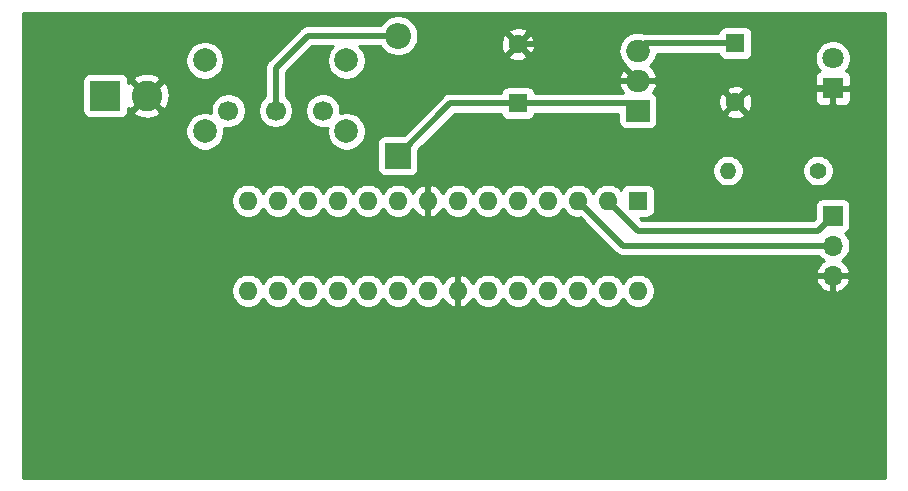
<source format=gbr>
%TF.GenerationSoftware,KiCad,Pcbnew,(5.1.9)-1*%
%TF.CreationDate,2021-05-12T14:49:38+07:00*%
%TF.ProjectId,finalProject,66696e61-6c50-4726-9f6a-6563742e6b69,rev?*%
%TF.SameCoordinates,Original*%
%TF.FileFunction,Copper,L2,Bot*%
%TF.FilePolarity,Positive*%
%FSLAX46Y46*%
G04 Gerber Fmt 4.6, Leading zero omitted, Abs format (unit mm)*
G04 Created by KiCad (PCBNEW (5.1.9)-1) date 2021-05-12 14:49:38*
%MOMM*%
%LPD*%
G01*
G04 APERTURE LIST*
%TA.AperFunction,ComponentPad*%
%ADD10O,1.700000X1.700000*%
%TD*%
%TA.AperFunction,ComponentPad*%
%ADD11R,1.700000X1.700000*%
%TD*%
%TA.AperFunction,ComponentPad*%
%ADD12O,2.000000X1.905000*%
%TD*%
%TA.AperFunction,ComponentPad*%
%ADD13R,2.000000X1.905000*%
%TD*%
%TA.AperFunction,ComponentPad*%
%ADD14O,1.600000X1.600000*%
%TD*%
%TA.AperFunction,ComponentPad*%
%ADD15R,1.600000X1.600000*%
%TD*%
%TA.AperFunction,ComponentPad*%
%ADD16C,1.700000*%
%TD*%
%TA.AperFunction,ComponentPad*%
%ADD17C,2.000000*%
%TD*%
%TA.AperFunction,ComponentPad*%
%ADD18O,1.400000X1.400000*%
%TD*%
%TA.AperFunction,ComponentPad*%
%ADD19C,1.400000*%
%TD*%
%TA.AperFunction,ComponentPad*%
%ADD20C,1.800000*%
%TD*%
%TA.AperFunction,ComponentPad*%
%ADD21R,1.800000X1.800000*%
%TD*%
%TA.AperFunction,ComponentPad*%
%ADD22O,2.200000X2.200000*%
%TD*%
%TA.AperFunction,ComponentPad*%
%ADD23R,2.200000X2.200000*%
%TD*%
%TA.AperFunction,ComponentPad*%
%ADD24C,1.600000*%
%TD*%
%TA.AperFunction,ComponentPad*%
%ADD25C,2.600000*%
%TD*%
%TA.AperFunction,ComponentPad*%
%ADD26R,2.600000X2.600000*%
%TD*%
%TA.AperFunction,Conductor*%
%ADD27C,0.500000*%
%TD*%
%TA.AperFunction,Conductor*%
%ADD28C,0.254000*%
%TD*%
%TA.AperFunction,Conductor*%
%ADD29C,0.100000*%
%TD*%
G04 APERTURE END LIST*
D10*
%TO.P,J1,3*%
%TO.N,GND*%
X173355000Y-95250000D03*
%TO.P,J1,2*%
%TO.N,Net-(J1-Pad2)*%
X173355000Y-92710000D03*
D11*
%TO.P,J1,1*%
%TO.N,Net-(J1-Pad1)*%
X173355000Y-90170000D03*
%TD*%
D12*
%TO.P,U2,3*%
%TO.N,+5V*%
X156845000Y-76200000D03*
%TO.P,U2,2*%
%TO.N,GND*%
X156845000Y-78740000D03*
D13*
%TO.P,U2,1*%
%TO.N,Net-(C1-Pad1)*%
X156845000Y-81280000D03*
%TD*%
D14*
%TO.P,U1,28*%
%TO.N,Net-(U1-Pad28)*%
X156845000Y-96520000D03*
%TO.P,U1,14*%
%TO.N,Net-(D1-Pad1)*%
X123825000Y-88900000D03*
%TO.P,U1,27*%
%TO.N,Net-(U1-Pad27)*%
X154305000Y-96520000D03*
%TO.P,U1,13*%
%TO.N,Net-(U1-Pad13)*%
X126365000Y-88900000D03*
%TO.P,U1,26*%
%TO.N,Net-(U1-Pad26)*%
X151765000Y-96520000D03*
%TO.P,U1,12*%
%TO.N,Net-(U1-Pad12)*%
X128905000Y-88900000D03*
%TO.P,U1,25*%
%TO.N,Net-(U1-Pad25)*%
X149225000Y-96520000D03*
%TO.P,U1,11*%
%TO.N,Net-(U1-Pad11)*%
X131445000Y-88900000D03*
%TO.P,U1,24*%
%TO.N,Net-(U1-Pad24)*%
X146685000Y-96520000D03*
%TO.P,U1,10*%
%TO.N,Net-(U1-Pad10)*%
X133985000Y-88900000D03*
%TO.P,U1,23*%
%TO.N,Net-(U1-Pad23)*%
X144145000Y-96520000D03*
%TO.P,U1,9*%
%TO.N,Net-(U1-Pad9)*%
X136525000Y-88900000D03*
%TO.P,U1,22*%
%TO.N,GND*%
X141605000Y-96520000D03*
%TO.P,U1,8*%
X139065000Y-88900000D03*
%TO.P,U1,21*%
%TO.N,Net-(U1-Pad21)*%
X139065000Y-96520000D03*
%TO.P,U1,7*%
%TO.N,+5V*%
X141605000Y-88900000D03*
%TO.P,U1,20*%
X136525000Y-96520000D03*
%TO.P,U1,6*%
%TO.N,Net-(U1-Pad6)*%
X144145000Y-88900000D03*
%TO.P,U1,19*%
%TO.N,Net-(U1-Pad19)*%
X133985000Y-96520000D03*
%TO.P,U1,5*%
%TO.N,Net-(U1-Pad5)*%
X146685000Y-88900000D03*
%TO.P,U1,18*%
%TO.N,Net-(U1-Pad18)*%
X131445000Y-96520000D03*
%TO.P,U1,4*%
%TO.N,Net-(U1-Pad4)*%
X149225000Y-88900000D03*
%TO.P,U1,17*%
%TO.N,Net-(U1-Pad17)*%
X128905000Y-96520000D03*
%TO.P,U1,3*%
%TO.N,Net-(J1-Pad2)*%
X151765000Y-88900000D03*
%TO.P,U1,16*%
%TO.N,Net-(U1-Pad16)*%
X126365000Y-96520000D03*
%TO.P,U1,2*%
%TO.N,Net-(J1-Pad1)*%
X154305000Y-88900000D03*
%TO.P,U1,15*%
%TO.N,Net-(D1-Pad2)*%
X123825000Y-96520000D03*
D15*
%TO.P,U1,1*%
%TO.N,Net-(U1-Pad1)*%
X156845000Y-88900000D03*
%TD*%
D16*
%TO.P,SW1,3*%
%TO.N,N/C*%
X122175000Y-81280000D03*
%TO.P,SW1,2*%
%TO.N,Net-(D9-Pad2)*%
X126175000Y-81280000D03*
%TO.P,SW1,1*%
%TO.N,Net-(BT1-Pad1)*%
X130175000Y-81280000D03*
D17*
%TO.P,SW1,*%
%TO.N,*%
X132175000Y-77030000D03*
X120175000Y-77030000D03*
X120175000Y-83030000D03*
X132175000Y-83030000D03*
%TD*%
D18*
%TO.P,R1,2*%
%TO.N,+5V*%
X164465000Y-86360000D03*
D19*
%TO.P,R1,1*%
%TO.N,Net-(D10-Pad2)*%
X172085000Y-86360000D03*
%TD*%
D20*
%TO.P,D10,2*%
%TO.N,Net-(D10-Pad2)*%
X173355000Y-76835000D03*
D21*
%TO.P,D10,1*%
%TO.N,GND*%
X173355000Y-79375000D03*
%TD*%
D22*
%TO.P,D9,2*%
%TO.N,Net-(D9-Pad2)*%
X136525000Y-74930000D03*
D23*
%TO.P,D9,1*%
%TO.N,Net-(C1-Pad1)*%
X136525000Y-85090000D03*
%TD*%
D24*
%TO.P,C2,2*%
%TO.N,GND*%
X165100000Y-80565000D03*
D15*
%TO.P,C2,1*%
%TO.N,+5V*%
X165100000Y-75565000D03*
%TD*%
D24*
%TO.P,C1,2*%
%TO.N,GND*%
X146685000Y-75645000D03*
D15*
%TO.P,C1,1*%
%TO.N,Net-(C1-Pad1)*%
X146685000Y-80645000D03*
%TD*%
D25*
%TO.P,BT1,2*%
%TO.N,GND*%
X115260000Y-80010000D03*
D26*
%TO.P,BT1,1*%
%TO.N,Net-(BT1-Pad1)*%
X111760000Y-80010000D03*
%TD*%
D27*
%TO.N,GND*%
X153750000Y-75645000D02*
X156845000Y-78740000D01*
X146685000Y-75645000D02*
X153750000Y-75645000D01*
X166290000Y-79375000D02*
X165100000Y-80565000D01*
X173355000Y-79375000D02*
X166290000Y-79375000D01*
X165100000Y-80565000D02*
X163275000Y-78740000D01*
X163275000Y-78740000D02*
X156845000Y-78740000D01*
%TO.N,Net-(C1-Pad1)*%
X140970000Y-80645000D02*
X146685000Y-80645000D01*
X136525000Y-85090000D02*
X140970000Y-80645000D01*
X156210000Y-80645000D02*
X156845000Y-81280000D01*
X146685000Y-80645000D02*
X156210000Y-80645000D01*
%TO.N,+5V*%
X157480000Y-75565000D02*
X156845000Y-76200000D01*
X165100000Y-75565000D02*
X157480000Y-75565000D01*
%TO.N,Net-(D9-Pad2)*%
X136525000Y-74930000D02*
X128905000Y-74930000D01*
X126175000Y-77660000D02*
X126175000Y-81280000D01*
X128905000Y-74930000D02*
X126175000Y-77660000D01*
%TO.N,Net-(J1-Pad2)*%
X173355000Y-92710000D02*
X155575000Y-92710000D01*
X155575000Y-92710000D02*
X151765000Y-88900000D01*
%TO.N,Net-(J1-Pad1)*%
X173355000Y-90170000D02*
X172085000Y-91440000D01*
X172085000Y-91440000D02*
X156845000Y-91440000D01*
X156845000Y-91440000D02*
X154305000Y-88900000D01*
%TD*%
D28*
%TO.N,GND*%
X177775001Y-112370000D02*
X104800000Y-112370000D01*
X104800000Y-96378665D01*
X122390000Y-96378665D01*
X122390000Y-96661335D01*
X122445147Y-96938574D01*
X122553320Y-97199727D01*
X122710363Y-97434759D01*
X122910241Y-97634637D01*
X123145273Y-97791680D01*
X123406426Y-97899853D01*
X123683665Y-97955000D01*
X123966335Y-97955000D01*
X124243574Y-97899853D01*
X124504727Y-97791680D01*
X124739759Y-97634637D01*
X124939637Y-97434759D01*
X125095000Y-97202241D01*
X125250363Y-97434759D01*
X125450241Y-97634637D01*
X125685273Y-97791680D01*
X125946426Y-97899853D01*
X126223665Y-97955000D01*
X126506335Y-97955000D01*
X126783574Y-97899853D01*
X127044727Y-97791680D01*
X127279759Y-97634637D01*
X127479637Y-97434759D01*
X127635000Y-97202241D01*
X127790363Y-97434759D01*
X127990241Y-97634637D01*
X128225273Y-97791680D01*
X128486426Y-97899853D01*
X128763665Y-97955000D01*
X129046335Y-97955000D01*
X129323574Y-97899853D01*
X129584727Y-97791680D01*
X129819759Y-97634637D01*
X130019637Y-97434759D01*
X130175000Y-97202241D01*
X130330363Y-97434759D01*
X130530241Y-97634637D01*
X130765273Y-97791680D01*
X131026426Y-97899853D01*
X131303665Y-97955000D01*
X131586335Y-97955000D01*
X131863574Y-97899853D01*
X132124727Y-97791680D01*
X132359759Y-97634637D01*
X132559637Y-97434759D01*
X132715000Y-97202241D01*
X132870363Y-97434759D01*
X133070241Y-97634637D01*
X133305273Y-97791680D01*
X133566426Y-97899853D01*
X133843665Y-97955000D01*
X134126335Y-97955000D01*
X134403574Y-97899853D01*
X134664727Y-97791680D01*
X134899759Y-97634637D01*
X135099637Y-97434759D01*
X135255000Y-97202241D01*
X135410363Y-97434759D01*
X135610241Y-97634637D01*
X135845273Y-97791680D01*
X136106426Y-97899853D01*
X136383665Y-97955000D01*
X136666335Y-97955000D01*
X136943574Y-97899853D01*
X137204727Y-97791680D01*
X137439759Y-97634637D01*
X137639637Y-97434759D01*
X137795000Y-97202241D01*
X137950363Y-97434759D01*
X138150241Y-97634637D01*
X138385273Y-97791680D01*
X138646426Y-97899853D01*
X138923665Y-97955000D01*
X139206335Y-97955000D01*
X139483574Y-97899853D01*
X139744727Y-97791680D01*
X139979759Y-97634637D01*
X140179637Y-97434759D01*
X140336680Y-97199727D01*
X140341067Y-97189135D01*
X140452615Y-97375131D01*
X140641586Y-97583519D01*
X140867580Y-97751037D01*
X141121913Y-97871246D01*
X141255961Y-97911904D01*
X141478000Y-97789915D01*
X141478000Y-96647000D01*
X141458000Y-96647000D01*
X141458000Y-96393000D01*
X141478000Y-96393000D01*
X141478000Y-95250085D01*
X141732000Y-95250085D01*
X141732000Y-96393000D01*
X141752000Y-96393000D01*
X141752000Y-96647000D01*
X141732000Y-96647000D01*
X141732000Y-97789915D01*
X141954039Y-97911904D01*
X142088087Y-97871246D01*
X142342420Y-97751037D01*
X142568414Y-97583519D01*
X142757385Y-97375131D01*
X142868933Y-97189135D01*
X142873320Y-97199727D01*
X143030363Y-97434759D01*
X143230241Y-97634637D01*
X143465273Y-97791680D01*
X143726426Y-97899853D01*
X144003665Y-97955000D01*
X144286335Y-97955000D01*
X144563574Y-97899853D01*
X144824727Y-97791680D01*
X145059759Y-97634637D01*
X145259637Y-97434759D01*
X145415000Y-97202241D01*
X145570363Y-97434759D01*
X145770241Y-97634637D01*
X146005273Y-97791680D01*
X146266426Y-97899853D01*
X146543665Y-97955000D01*
X146826335Y-97955000D01*
X147103574Y-97899853D01*
X147364727Y-97791680D01*
X147599759Y-97634637D01*
X147799637Y-97434759D01*
X147955000Y-97202241D01*
X148110363Y-97434759D01*
X148310241Y-97634637D01*
X148545273Y-97791680D01*
X148806426Y-97899853D01*
X149083665Y-97955000D01*
X149366335Y-97955000D01*
X149643574Y-97899853D01*
X149904727Y-97791680D01*
X150139759Y-97634637D01*
X150339637Y-97434759D01*
X150495000Y-97202241D01*
X150650363Y-97434759D01*
X150850241Y-97634637D01*
X151085273Y-97791680D01*
X151346426Y-97899853D01*
X151623665Y-97955000D01*
X151906335Y-97955000D01*
X152183574Y-97899853D01*
X152444727Y-97791680D01*
X152679759Y-97634637D01*
X152879637Y-97434759D01*
X153035000Y-97202241D01*
X153190363Y-97434759D01*
X153390241Y-97634637D01*
X153625273Y-97791680D01*
X153886426Y-97899853D01*
X154163665Y-97955000D01*
X154446335Y-97955000D01*
X154723574Y-97899853D01*
X154984727Y-97791680D01*
X155219759Y-97634637D01*
X155419637Y-97434759D01*
X155575000Y-97202241D01*
X155730363Y-97434759D01*
X155930241Y-97634637D01*
X156165273Y-97791680D01*
X156426426Y-97899853D01*
X156703665Y-97955000D01*
X156986335Y-97955000D01*
X157263574Y-97899853D01*
X157524727Y-97791680D01*
X157759759Y-97634637D01*
X157959637Y-97434759D01*
X158116680Y-97199727D01*
X158224853Y-96938574D01*
X158280000Y-96661335D01*
X158280000Y-96378665D01*
X158224853Y-96101426D01*
X158116680Y-95840273D01*
X157960739Y-95606890D01*
X171913524Y-95606890D01*
X171958175Y-95754099D01*
X172083359Y-96016920D01*
X172257412Y-96250269D01*
X172473645Y-96445178D01*
X172723748Y-96594157D01*
X172998109Y-96691481D01*
X173228000Y-96570814D01*
X173228000Y-95377000D01*
X173482000Y-95377000D01*
X173482000Y-96570814D01*
X173711891Y-96691481D01*
X173986252Y-96594157D01*
X174236355Y-96445178D01*
X174452588Y-96250269D01*
X174626641Y-96016920D01*
X174751825Y-95754099D01*
X174796476Y-95606890D01*
X174675155Y-95377000D01*
X173482000Y-95377000D01*
X173228000Y-95377000D01*
X172034845Y-95377000D01*
X171913524Y-95606890D01*
X157960739Y-95606890D01*
X157959637Y-95605241D01*
X157759759Y-95405363D01*
X157524727Y-95248320D01*
X157263574Y-95140147D01*
X156986335Y-95085000D01*
X156703665Y-95085000D01*
X156426426Y-95140147D01*
X156165273Y-95248320D01*
X155930241Y-95405363D01*
X155730363Y-95605241D01*
X155575000Y-95837759D01*
X155419637Y-95605241D01*
X155219759Y-95405363D01*
X154984727Y-95248320D01*
X154723574Y-95140147D01*
X154446335Y-95085000D01*
X154163665Y-95085000D01*
X153886426Y-95140147D01*
X153625273Y-95248320D01*
X153390241Y-95405363D01*
X153190363Y-95605241D01*
X153035000Y-95837759D01*
X152879637Y-95605241D01*
X152679759Y-95405363D01*
X152444727Y-95248320D01*
X152183574Y-95140147D01*
X151906335Y-95085000D01*
X151623665Y-95085000D01*
X151346426Y-95140147D01*
X151085273Y-95248320D01*
X150850241Y-95405363D01*
X150650363Y-95605241D01*
X150495000Y-95837759D01*
X150339637Y-95605241D01*
X150139759Y-95405363D01*
X149904727Y-95248320D01*
X149643574Y-95140147D01*
X149366335Y-95085000D01*
X149083665Y-95085000D01*
X148806426Y-95140147D01*
X148545273Y-95248320D01*
X148310241Y-95405363D01*
X148110363Y-95605241D01*
X147955000Y-95837759D01*
X147799637Y-95605241D01*
X147599759Y-95405363D01*
X147364727Y-95248320D01*
X147103574Y-95140147D01*
X146826335Y-95085000D01*
X146543665Y-95085000D01*
X146266426Y-95140147D01*
X146005273Y-95248320D01*
X145770241Y-95405363D01*
X145570363Y-95605241D01*
X145415000Y-95837759D01*
X145259637Y-95605241D01*
X145059759Y-95405363D01*
X144824727Y-95248320D01*
X144563574Y-95140147D01*
X144286335Y-95085000D01*
X144003665Y-95085000D01*
X143726426Y-95140147D01*
X143465273Y-95248320D01*
X143230241Y-95405363D01*
X143030363Y-95605241D01*
X142873320Y-95840273D01*
X142868933Y-95850865D01*
X142757385Y-95664869D01*
X142568414Y-95456481D01*
X142342420Y-95288963D01*
X142088087Y-95168754D01*
X141954039Y-95128096D01*
X141732000Y-95250085D01*
X141478000Y-95250085D01*
X141255961Y-95128096D01*
X141121913Y-95168754D01*
X140867580Y-95288963D01*
X140641586Y-95456481D01*
X140452615Y-95664869D01*
X140341067Y-95850865D01*
X140336680Y-95840273D01*
X140179637Y-95605241D01*
X139979759Y-95405363D01*
X139744727Y-95248320D01*
X139483574Y-95140147D01*
X139206335Y-95085000D01*
X138923665Y-95085000D01*
X138646426Y-95140147D01*
X138385273Y-95248320D01*
X138150241Y-95405363D01*
X137950363Y-95605241D01*
X137795000Y-95837759D01*
X137639637Y-95605241D01*
X137439759Y-95405363D01*
X137204727Y-95248320D01*
X136943574Y-95140147D01*
X136666335Y-95085000D01*
X136383665Y-95085000D01*
X136106426Y-95140147D01*
X135845273Y-95248320D01*
X135610241Y-95405363D01*
X135410363Y-95605241D01*
X135255000Y-95837759D01*
X135099637Y-95605241D01*
X134899759Y-95405363D01*
X134664727Y-95248320D01*
X134403574Y-95140147D01*
X134126335Y-95085000D01*
X133843665Y-95085000D01*
X133566426Y-95140147D01*
X133305273Y-95248320D01*
X133070241Y-95405363D01*
X132870363Y-95605241D01*
X132715000Y-95837759D01*
X132559637Y-95605241D01*
X132359759Y-95405363D01*
X132124727Y-95248320D01*
X131863574Y-95140147D01*
X131586335Y-95085000D01*
X131303665Y-95085000D01*
X131026426Y-95140147D01*
X130765273Y-95248320D01*
X130530241Y-95405363D01*
X130330363Y-95605241D01*
X130175000Y-95837759D01*
X130019637Y-95605241D01*
X129819759Y-95405363D01*
X129584727Y-95248320D01*
X129323574Y-95140147D01*
X129046335Y-95085000D01*
X128763665Y-95085000D01*
X128486426Y-95140147D01*
X128225273Y-95248320D01*
X127990241Y-95405363D01*
X127790363Y-95605241D01*
X127635000Y-95837759D01*
X127479637Y-95605241D01*
X127279759Y-95405363D01*
X127044727Y-95248320D01*
X126783574Y-95140147D01*
X126506335Y-95085000D01*
X126223665Y-95085000D01*
X125946426Y-95140147D01*
X125685273Y-95248320D01*
X125450241Y-95405363D01*
X125250363Y-95605241D01*
X125095000Y-95837759D01*
X124939637Y-95605241D01*
X124739759Y-95405363D01*
X124504727Y-95248320D01*
X124243574Y-95140147D01*
X123966335Y-95085000D01*
X123683665Y-95085000D01*
X123406426Y-95140147D01*
X123145273Y-95248320D01*
X122910241Y-95405363D01*
X122710363Y-95605241D01*
X122553320Y-95840273D01*
X122445147Y-96101426D01*
X122390000Y-96378665D01*
X104800000Y-96378665D01*
X104800000Y-88758665D01*
X122390000Y-88758665D01*
X122390000Y-89041335D01*
X122445147Y-89318574D01*
X122553320Y-89579727D01*
X122710363Y-89814759D01*
X122910241Y-90014637D01*
X123145273Y-90171680D01*
X123406426Y-90279853D01*
X123683665Y-90335000D01*
X123966335Y-90335000D01*
X124243574Y-90279853D01*
X124504727Y-90171680D01*
X124739759Y-90014637D01*
X124939637Y-89814759D01*
X125095000Y-89582241D01*
X125250363Y-89814759D01*
X125450241Y-90014637D01*
X125685273Y-90171680D01*
X125946426Y-90279853D01*
X126223665Y-90335000D01*
X126506335Y-90335000D01*
X126783574Y-90279853D01*
X127044727Y-90171680D01*
X127279759Y-90014637D01*
X127479637Y-89814759D01*
X127635000Y-89582241D01*
X127790363Y-89814759D01*
X127990241Y-90014637D01*
X128225273Y-90171680D01*
X128486426Y-90279853D01*
X128763665Y-90335000D01*
X129046335Y-90335000D01*
X129323574Y-90279853D01*
X129584727Y-90171680D01*
X129819759Y-90014637D01*
X130019637Y-89814759D01*
X130175000Y-89582241D01*
X130330363Y-89814759D01*
X130530241Y-90014637D01*
X130765273Y-90171680D01*
X131026426Y-90279853D01*
X131303665Y-90335000D01*
X131586335Y-90335000D01*
X131863574Y-90279853D01*
X132124727Y-90171680D01*
X132359759Y-90014637D01*
X132559637Y-89814759D01*
X132715000Y-89582241D01*
X132870363Y-89814759D01*
X133070241Y-90014637D01*
X133305273Y-90171680D01*
X133566426Y-90279853D01*
X133843665Y-90335000D01*
X134126335Y-90335000D01*
X134403574Y-90279853D01*
X134664727Y-90171680D01*
X134899759Y-90014637D01*
X135099637Y-89814759D01*
X135255000Y-89582241D01*
X135410363Y-89814759D01*
X135610241Y-90014637D01*
X135845273Y-90171680D01*
X136106426Y-90279853D01*
X136383665Y-90335000D01*
X136666335Y-90335000D01*
X136943574Y-90279853D01*
X137204727Y-90171680D01*
X137439759Y-90014637D01*
X137639637Y-89814759D01*
X137796680Y-89579727D01*
X137801067Y-89569135D01*
X137912615Y-89755131D01*
X138101586Y-89963519D01*
X138327580Y-90131037D01*
X138581913Y-90251246D01*
X138715961Y-90291904D01*
X138938000Y-90169915D01*
X138938000Y-89027000D01*
X138918000Y-89027000D01*
X138918000Y-88773000D01*
X138938000Y-88773000D01*
X138938000Y-87630085D01*
X139192000Y-87630085D01*
X139192000Y-88773000D01*
X139212000Y-88773000D01*
X139212000Y-89027000D01*
X139192000Y-89027000D01*
X139192000Y-90169915D01*
X139414039Y-90291904D01*
X139548087Y-90251246D01*
X139802420Y-90131037D01*
X140028414Y-89963519D01*
X140217385Y-89755131D01*
X140328933Y-89569135D01*
X140333320Y-89579727D01*
X140490363Y-89814759D01*
X140690241Y-90014637D01*
X140925273Y-90171680D01*
X141186426Y-90279853D01*
X141463665Y-90335000D01*
X141746335Y-90335000D01*
X142023574Y-90279853D01*
X142284727Y-90171680D01*
X142519759Y-90014637D01*
X142719637Y-89814759D01*
X142875000Y-89582241D01*
X143030363Y-89814759D01*
X143230241Y-90014637D01*
X143465273Y-90171680D01*
X143726426Y-90279853D01*
X144003665Y-90335000D01*
X144286335Y-90335000D01*
X144563574Y-90279853D01*
X144824727Y-90171680D01*
X145059759Y-90014637D01*
X145259637Y-89814759D01*
X145415000Y-89582241D01*
X145570363Y-89814759D01*
X145770241Y-90014637D01*
X146005273Y-90171680D01*
X146266426Y-90279853D01*
X146543665Y-90335000D01*
X146826335Y-90335000D01*
X147103574Y-90279853D01*
X147364727Y-90171680D01*
X147599759Y-90014637D01*
X147799637Y-89814759D01*
X147955000Y-89582241D01*
X148110363Y-89814759D01*
X148310241Y-90014637D01*
X148545273Y-90171680D01*
X148806426Y-90279853D01*
X149083665Y-90335000D01*
X149366335Y-90335000D01*
X149643574Y-90279853D01*
X149904727Y-90171680D01*
X150139759Y-90014637D01*
X150339637Y-89814759D01*
X150495000Y-89582241D01*
X150650363Y-89814759D01*
X150850241Y-90014637D01*
X151085273Y-90171680D01*
X151346426Y-90279853D01*
X151623665Y-90335000D01*
X151906335Y-90335000D01*
X151941439Y-90328017D01*
X154918470Y-93305049D01*
X154946183Y-93338817D01*
X154979951Y-93366530D01*
X154979953Y-93366532D01*
X155080941Y-93449411D01*
X155234686Y-93531589D01*
X155401510Y-93582195D01*
X155531523Y-93595000D01*
X155531531Y-93595000D01*
X155575000Y-93599281D01*
X155618469Y-93595000D01*
X172160344Y-93595000D01*
X172201525Y-93656632D01*
X172408368Y-93863475D01*
X172590534Y-93985195D01*
X172473645Y-94054822D01*
X172257412Y-94249731D01*
X172083359Y-94483080D01*
X171958175Y-94745901D01*
X171913524Y-94893110D01*
X172034845Y-95123000D01*
X173228000Y-95123000D01*
X173228000Y-95103000D01*
X173482000Y-95103000D01*
X173482000Y-95123000D01*
X174675155Y-95123000D01*
X174796476Y-94893110D01*
X174751825Y-94745901D01*
X174626641Y-94483080D01*
X174452588Y-94249731D01*
X174236355Y-94054822D01*
X174119466Y-93985195D01*
X174301632Y-93863475D01*
X174508475Y-93656632D01*
X174670990Y-93413411D01*
X174782932Y-93143158D01*
X174840000Y-92856260D01*
X174840000Y-92563740D01*
X174782932Y-92276842D01*
X174670990Y-92006589D01*
X174508475Y-91763368D01*
X174376620Y-91631513D01*
X174449180Y-91609502D01*
X174559494Y-91550537D01*
X174656185Y-91471185D01*
X174735537Y-91374494D01*
X174794502Y-91264180D01*
X174830812Y-91144482D01*
X174843072Y-91020000D01*
X174843072Y-89320000D01*
X174830812Y-89195518D01*
X174794502Y-89075820D01*
X174735537Y-88965506D01*
X174656185Y-88868815D01*
X174559494Y-88789463D01*
X174449180Y-88730498D01*
X174329482Y-88694188D01*
X174205000Y-88681928D01*
X172505000Y-88681928D01*
X172380518Y-88694188D01*
X172260820Y-88730498D01*
X172150506Y-88789463D01*
X172053815Y-88868815D01*
X171974463Y-88965506D01*
X171915498Y-89075820D01*
X171879188Y-89195518D01*
X171866928Y-89320000D01*
X171866928Y-90406494D01*
X171718422Y-90555000D01*
X157211579Y-90555000D01*
X156994651Y-90338072D01*
X157645000Y-90338072D01*
X157769482Y-90325812D01*
X157889180Y-90289502D01*
X157999494Y-90230537D01*
X158096185Y-90151185D01*
X158175537Y-90054494D01*
X158234502Y-89944180D01*
X158270812Y-89824482D01*
X158283072Y-89700000D01*
X158283072Y-88100000D01*
X158270812Y-87975518D01*
X158234502Y-87855820D01*
X158175537Y-87745506D01*
X158096185Y-87648815D01*
X157999494Y-87569463D01*
X157889180Y-87510498D01*
X157769482Y-87474188D01*
X157645000Y-87461928D01*
X156045000Y-87461928D01*
X155920518Y-87474188D01*
X155800820Y-87510498D01*
X155690506Y-87569463D01*
X155593815Y-87648815D01*
X155514463Y-87745506D01*
X155455498Y-87855820D01*
X155419188Y-87975518D01*
X155418357Y-87983961D01*
X155219759Y-87785363D01*
X154984727Y-87628320D01*
X154723574Y-87520147D01*
X154446335Y-87465000D01*
X154163665Y-87465000D01*
X153886426Y-87520147D01*
X153625273Y-87628320D01*
X153390241Y-87785363D01*
X153190363Y-87985241D01*
X153035000Y-88217759D01*
X152879637Y-87985241D01*
X152679759Y-87785363D01*
X152444727Y-87628320D01*
X152183574Y-87520147D01*
X151906335Y-87465000D01*
X151623665Y-87465000D01*
X151346426Y-87520147D01*
X151085273Y-87628320D01*
X150850241Y-87785363D01*
X150650363Y-87985241D01*
X150495000Y-88217759D01*
X150339637Y-87985241D01*
X150139759Y-87785363D01*
X149904727Y-87628320D01*
X149643574Y-87520147D01*
X149366335Y-87465000D01*
X149083665Y-87465000D01*
X148806426Y-87520147D01*
X148545273Y-87628320D01*
X148310241Y-87785363D01*
X148110363Y-87985241D01*
X147955000Y-88217759D01*
X147799637Y-87985241D01*
X147599759Y-87785363D01*
X147364727Y-87628320D01*
X147103574Y-87520147D01*
X146826335Y-87465000D01*
X146543665Y-87465000D01*
X146266426Y-87520147D01*
X146005273Y-87628320D01*
X145770241Y-87785363D01*
X145570363Y-87985241D01*
X145415000Y-88217759D01*
X145259637Y-87985241D01*
X145059759Y-87785363D01*
X144824727Y-87628320D01*
X144563574Y-87520147D01*
X144286335Y-87465000D01*
X144003665Y-87465000D01*
X143726426Y-87520147D01*
X143465273Y-87628320D01*
X143230241Y-87785363D01*
X143030363Y-87985241D01*
X142875000Y-88217759D01*
X142719637Y-87985241D01*
X142519759Y-87785363D01*
X142284727Y-87628320D01*
X142023574Y-87520147D01*
X141746335Y-87465000D01*
X141463665Y-87465000D01*
X141186426Y-87520147D01*
X140925273Y-87628320D01*
X140690241Y-87785363D01*
X140490363Y-87985241D01*
X140333320Y-88220273D01*
X140328933Y-88230865D01*
X140217385Y-88044869D01*
X140028414Y-87836481D01*
X139802420Y-87668963D01*
X139548087Y-87548754D01*
X139414039Y-87508096D01*
X139192000Y-87630085D01*
X138938000Y-87630085D01*
X138715961Y-87508096D01*
X138581913Y-87548754D01*
X138327580Y-87668963D01*
X138101586Y-87836481D01*
X137912615Y-88044869D01*
X137801067Y-88230865D01*
X137796680Y-88220273D01*
X137639637Y-87985241D01*
X137439759Y-87785363D01*
X137204727Y-87628320D01*
X136943574Y-87520147D01*
X136666335Y-87465000D01*
X136383665Y-87465000D01*
X136106426Y-87520147D01*
X135845273Y-87628320D01*
X135610241Y-87785363D01*
X135410363Y-87985241D01*
X135255000Y-88217759D01*
X135099637Y-87985241D01*
X134899759Y-87785363D01*
X134664727Y-87628320D01*
X134403574Y-87520147D01*
X134126335Y-87465000D01*
X133843665Y-87465000D01*
X133566426Y-87520147D01*
X133305273Y-87628320D01*
X133070241Y-87785363D01*
X132870363Y-87985241D01*
X132715000Y-88217759D01*
X132559637Y-87985241D01*
X132359759Y-87785363D01*
X132124727Y-87628320D01*
X131863574Y-87520147D01*
X131586335Y-87465000D01*
X131303665Y-87465000D01*
X131026426Y-87520147D01*
X130765273Y-87628320D01*
X130530241Y-87785363D01*
X130330363Y-87985241D01*
X130175000Y-88217759D01*
X130019637Y-87985241D01*
X129819759Y-87785363D01*
X129584727Y-87628320D01*
X129323574Y-87520147D01*
X129046335Y-87465000D01*
X128763665Y-87465000D01*
X128486426Y-87520147D01*
X128225273Y-87628320D01*
X127990241Y-87785363D01*
X127790363Y-87985241D01*
X127635000Y-88217759D01*
X127479637Y-87985241D01*
X127279759Y-87785363D01*
X127044727Y-87628320D01*
X126783574Y-87520147D01*
X126506335Y-87465000D01*
X126223665Y-87465000D01*
X125946426Y-87520147D01*
X125685273Y-87628320D01*
X125450241Y-87785363D01*
X125250363Y-87985241D01*
X125095000Y-88217759D01*
X124939637Y-87985241D01*
X124739759Y-87785363D01*
X124504727Y-87628320D01*
X124243574Y-87520147D01*
X123966335Y-87465000D01*
X123683665Y-87465000D01*
X123406426Y-87520147D01*
X123145273Y-87628320D01*
X122910241Y-87785363D01*
X122710363Y-87985241D01*
X122553320Y-88220273D01*
X122445147Y-88481426D01*
X122390000Y-88758665D01*
X104800000Y-88758665D01*
X104800000Y-82868967D01*
X118540000Y-82868967D01*
X118540000Y-83191033D01*
X118602832Y-83506912D01*
X118726082Y-83804463D01*
X118905013Y-84072252D01*
X119132748Y-84299987D01*
X119400537Y-84478918D01*
X119698088Y-84602168D01*
X120013967Y-84665000D01*
X120336033Y-84665000D01*
X120651912Y-84602168D01*
X120949463Y-84478918D01*
X121217252Y-84299987D01*
X121444987Y-84072252D01*
X121623918Y-83804463D01*
X121747168Y-83506912D01*
X121810000Y-83191033D01*
X121810000Y-82868967D01*
X121779457Y-82715414D01*
X122028740Y-82765000D01*
X122321260Y-82765000D01*
X122608158Y-82707932D01*
X122878411Y-82595990D01*
X123121632Y-82433475D01*
X123328475Y-82226632D01*
X123490990Y-81983411D01*
X123602932Y-81713158D01*
X123660000Y-81426260D01*
X123660000Y-81133740D01*
X124690000Y-81133740D01*
X124690000Y-81426260D01*
X124747068Y-81713158D01*
X124859010Y-81983411D01*
X125021525Y-82226632D01*
X125228368Y-82433475D01*
X125471589Y-82595990D01*
X125741842Y-82707932D01*
X126028740Y-82765000D01*
X126321260Y-82765000D01*
X126608158Y-82707932D01*
X126878411Y-82595990D01*
X127121632Y-82433475D01*
X127328475Y-82226632D01*
X127490990Y-81983411D01*
X127602932Y-81713158D01*
X127660000Y-81426260D01*
X127660000Y-81133740D01*
X128690000Y-81133740D01*
X128690000Y-81426260D01*
X128747068Y-81713158D01*
X128859010Y-81983411D01*
X129021525Y-82226632D01*
X129228368Y-82433475D01*
X129471589Y-82595990D01*
X129741842Y-82707932D01*
X130028740Y-82765000D01*
X130321260Y-82765000D01*
X130570543Y-82715414D01*
X130540000Y-82868967D01*
X130540000Y-83191033D01*
X130602832Y-83506912D01*
X130726082Y-83804463D01*
X130905013Y-84072252D01*
X131132748Y-84299987D01*
X131400537Y-84478918D01*
X131698088Y-84602168D01*
X132013967Y-84665000D01*
X132336033Y-84665000D01*
X132651912Y-84602168D01*
X132949463Y-84478918D01*
X133217252Y-84299987D01*
X133444987Y-84072252D01*
X133499946Y-83990000D01*
X134786928Y-83990000D01*
X134786928Y-86190000D01*
X134799188Y-86314482D01*
X134835498Y-86434180D01*
X134894463Y-86544494D01*
X134973815Y-86641185D01*
X135070506Y-86720537D01*
X135180820Y-86779502D01*
X135300518Y-86815812D01*
X135425000Y-86828072D01*
X137625000Y-86828072D01*
X137749482Y-86815812D01*
X137869180Y-86779502D01*
X137979494Y-86720537D01*
X138076185Y-86641185D01*
X138155537Y-86544494D01*
X138214502Y-86434180D01*
X138250812Y-86314482D01*
X138259278Y-86228514D01*
X163130000Y-86228514D01*
X163130000Y-86491486D01*
X163181304Y-86749405D01*
X163281939Y-86992359D01*
X163428038Y-87211013D01*
X163613987Y-87396962D01*
X163832641Y-87543061D01*
X164075595Y-87643696D01*
X164333514Y-87695000D01*
X164596486Y-87695000D01*
X164854405Y-87643696D01*
X165097359Y-87543061D01*
X165316013Y-87396962D01*
X165501962Y-87211013D01*
X165648061Y-86992359D01*
X165748696Y-86749405D01*
X165800000Y-86491486D01*
X165800000Y-86228514D01*
X170750000Y-86228514D01*
X170750000Y-86491486D01*
X170801304Y-86749405D01*
X170901939Y-86992359D01*
X171048038Y-87211013D01*
X171233987Y-87396962D01*
X171452641Y-87543061D01*
X171695595Y-87643696D01*
X171953514Y-87695000D01*
X172216486Y-87695000D01*
X172474405Y-87643696D01*
X172717359Y-87543061D01*
X172936013Y-87396962D01*
X173121962Y-87211013D01*
X173268061Y-86992359D01*
X173368696Y-86749405D01*
X173420000Y-86491486D01*
X173420000Y-86228514D01*
X173368696Y-85970595D01*
X173268061Y-85727641D01*
X173121962Y-85508987D01*
X172936013Y-85323038D01*
X172717359Y-85176939D01*
X172474405Y-85076304D01*
X172216486Y-85025000D01*
X171953514Y-85025000D01*
X171695595Y-85076304D01*
X171452641Y-85176939D01*
X171233987Y-85323038D01*
X171048038Y-85508987D01*
X170901939Y-85727641D01*
X170801304Y-85970595D01*
X170750000Y-86228514D01*
X165800000Y-86228514D01*
X165748696Y-85970595D01*
X165648061Y-85727641D01*
X165501962Y-85508987D01*
X165316013Y-85323038D01*
X165097359Y-85176939D01*
X164854405Y-85076304D01*
X164596486Y-85025000D01*
X164333514Y-85025000D01*
X164075595Y-85076304D01*
X163832641Y-85176939D01*
X163613987Y-85323038D01*
X163428038Y-85508987D01*
X163281939Y-85727641D01*
X163181304Y-85970595D01*
X163130000Y-86228514D01*
X138259278Y-86228514D01*
X138263072Y-86190000D01*
X138263072Y-84603506D01*
X141336579Y-81530000D01*
X145255299Y-81530000D01*
X145259188Y-81569482D01*
X145295498Y-81689180D01*
X145354463Y-81799494D01*
X145433815Y-81896185D01*
X145530506Y-81975537D01*
X145640820Y-82034502D01*
X145760518Y-82070812D01*
X145885000Y-82083072D01*
X147485000Y-82083072D01*
X147609482Y-82070812D01*
X147729180Y-82034502D01*
X147839494Y-81975537D01*
X147936185Y-81896185D01*
X148015537Y-81799494D01*
X148074502Y-81689180D01*
X148110812Y-81569482D01*
X148114701Y-81530000D01*
X155206928Y-81530000D01*
X155206928Y-82232500D01*
X155219188Y-82356982D01*
X155255498Y-82476680D01*
X155314463Y-82586994D01*
X155393815Y-82683685D01*
X155490506Y-82763037D01*
X155600820Y-82822002D01*
X155720518Y-82858312D01*
X155845000Y-82870572D01*
X157845000Y-82870572D01*
X157969482Y-82858312D01*
X158089180Y-82822002D01*
X158199494Y-82763037D01*
X158296185Y-82683685D01*
X158375537Y-82586994D01*
X158434502Y-82476680D01*
X158470812Y-82356982D01*
X158483072Y-82232500D01*
X158483072Y-81557702D01*
X164286903Y-81557702D01*
X164358486Y-81801671D01*
X164613996Y-81922571D01*
X164888184Y-81991300D01*
X165170512Y-82005217D01*
X165450130Y-81963787D01*
X165716292Y-81868603D01*
X165841514Y-81801671D01*
X165913097Y-81557702D01*
X165100000Y-80744605D01*
X164286903Y-81557702D01*
X158483072Y-81557702D01*
X158483072Y-80635512D01*
X163659783Y-80635512D01*
X163701213Y-80915130D01*
X163796397Y-81181292D01*
X163863329Y-81306514D01*
X164107298Y-81378097D01*
X164920395Y-80565000D01*
X165279605Y-80565000D01*
X166092702Y-81378097D01*
X166336671Y-81306514D01*
X166457571Y-81051004D01*
X166526300Y-80776816D01*
X166540217Y-80494488D01*
X166507697Y-80275000D01*
X171816928Y-80275000D01*
X171829188Y-80399482D01*
X171865498Y-80519180D01*
X171924463Y-80629494D01*
X172003815Y-80726185D01*
X172100506Y-80805537D01*
X172210820Y-80864502D01*
X172330518Y-80900812D01*
X172455000Y-80913072D01*
X173069250Y-80910000D01*
X173228000Y-80751250D01*
X173228000Y-79502000D01*
X173482000Y-79502000D01*
X173482000Y-80751250D01*
X173640750Y-80910000D01*
X174255000Y-80913072D01*
X174379482Y-80900812D01*
X174499180Y-80864502D01*
X174609494Y-80805537D01*
X174706185Y-80726185D01*
X174785537Y-80629494D01*
X174844502Y-80519180D01*
X174880812Y-80399482D01*
X174893072Y-80275000D01*
X174890000Y-79660750D01*
X174731250Y-79502000D01*
X173482000Y-79502000D01*
X173228000Y-79502000D01*
X171978750Y-79502000D01*
X171820000Y-79660750D01*
X171816928Y-80275000D01*
X166507697Y-80275000D01*
X166498787Y-80214870D01*
X166403603Y-79948708D01*
X166336671Y-79823486D01*
X166092702Y-79751903D01*
X165279605Y-80565000D01*
X164920395Y-80565000D01*
X164107298Y-79751903D01*
X163863329Y-79823486D01*
X163742429Y-80078996D01*
X163673700Y-80353184D01*
X163659783Y-80635512D01*
X158483072Y-80635512D01*
X158483072Y-80327500D01*
X158470812Y-80203018D01*
X158434502Y-80083320D01*
X158375537Y-79973006D01*
X158296185Y-79876315D01*
X158199494Y-79796963D01*
X158107781Y-79747941D01*
X158220969Y-79606923D01*
X158238995Y-79572298D01*
X164286903Y-79572298D01*
X165100000Y-80385395D01*
X165913097Y-79572298D01*
X165841514Y-79328329D01*
X165586004Y-79207429D01*
X165311816Y-79138700D01*
X165029488Y-79124783D01*
X164749870Y-79166213D01*
X164483708Y-79261397D01*
X164358486Y-79328329D01*
X164286903Y-79572298D01*
X158238995Y-79572298D01*
X158364571Y-79331094D01*
X158435563Y-79112980D01*
X158315594Y-78867000D01*
X156972000Y-78867000D01*
X156972000Y-78887000D01*
X156718000Y-78887000D01*
X156718000Y-78867000D01*
X155374406Y-78867000D01*
X155254437Y-79112980D01*
X155325429Y-79331094D01*
X155469031Y-79606923D01*
X155582219Y-79747941D01*
X155559658Y-79760000D01*
X148114701Y-79760000D01*
X148110812Y-79720518D01*
X148074502Y-79600820D01*
X148015537Y-79490506D01*
X147936185Y-79393815D01*
X147839494Y-79314463D01*
X147729180Y-79255498D01*
X147609482Y-79219188D01*
X147485000Y-79206928D01*
X145885000Y-79206928D01*
X145760518Y-79219188D01*
X145640820Y-79255498D01*
X145530506Y-79314463D01*
X145433815Y-79393815D01*
X145354463Y-79490506D01*
X145295498Y-79600820D01*
X145259188Y-79720518D01*
X145255299Y-79760000D01*
X141013465Y-79760000D01*
X140969999Y-79755719D01*
X140926533Y-79760000D01*
X140926523Y-79760000D01*
X140796510Y-79772805D01*
X140629687Y-79823411D01*
X140475941Y-79905589D01*
X140475939Y-79905590D01*
X140475940Y-79905590D01*
X140374953Y-79988468D01*
X140374951Y-79988470D01*
X140341183Y-80016183D01*
X140313470Y-80049951D01*
X137011494Y-83351928D01*
X135425000Y-83351928D01*
X135300518Y-83364188D01*
X135180820Y-83400498D01*
X135070506Y-83459463D01*
X134973815Y-83538815D01*
X134894463Y-83635506D01*
X134835498Y-83745820D01*
X134799188Y-83865518D01*
X134786928Y-83990000D01*
X133499946Y-83990000D01*
X133623918Y-83804463D01*
X133747168Y-83506912D01*
X133810000Y-83191033D01*
X133810000Y-82868967D01*
X133747168Y-82553088D01*
X133623918Y-82255537D01*
X133444987Y-81987748D01*
X133217252Y-81760013D01*
X132949463Y-81581082D01*
X132651912Y-81457832D01*
X132336033Y-81395000D01*
X132013967Y-81395000D01*
X131698088Y-81457832D01*
X131649736Y-81477860D01*
X131660000Y-81426260D01*
X131660000Y-81133740D01*
X131602932Y-80846842D01*
X131490990Y-80576589D01*
X131328475Y-80333368D01*
X131121632Y-80126525D01*
X130878411Y-79964010D01*
X130608158Y-79852068D01*
X130321260Y-79795000D01*
X130028740Y-79795000D01*
X129741842Y-79852068D01*
X129471589Y-79964010D01*
X129228368Y-80126525D01*
X129021525Y-80333368D01*
X128859010Y-80576589D01*
X128747068Y-80846842D01*
X128690000Y-81133740D01*
X127660000Y-81133740D01*
X127602932Y-80846842D01*
X127490990Y-80576589D01*
X127328475Y-80333368D01*
X127121632Y-80126525D01*
X127060000Y-80085344D01*
X127060000Y-78026578D01*
X129271579Y-75815000D01*
X131077761Y-75815000D01*
X130905013Y-75987748D01*
X130726082Y-76255537D01*
X130602832Y-76553088D01*
X130540000Y-76868967D01*
X130540000Y-77191033D01*
X130602832Y-77506912D01*
X130726082Y-77804463D01*
X130905013Y-78072252D01*
X131132748Y-78299987D01*
X131400537Y-78478918D01*
X131698088Y-78602168D01*
X132013967Y-78665000D01*
X132336033Y-78665000D01*
X132651912Y-78602168D01*
X132949463Y-78478918D01*
X133217252Y-78299987D01*
X133444987Y-78072252D01*
X133623918Y-77804463D01*
X133747168Y-77506912D01*
X133810000Y-77191033D01*
X133810000Y-76868967D01*
X133747168Y-76553088D01*
X133623918Y-76255537D01*
X133444987Y-75987748D01*
X133272239Y-75815000D01*
X135029671Y-75815000D01*
X135177337Y-76035998D01*
X135419002Y-76277663D01*
X135703169Y-76467537D01*
X136018919Y-76598325D01*
X136354117Y-76665000D01*
X136695883Y-76665000D01*
X136833119Y-76637702D01*
X145871903Y-76637702D01*
X145943486Y-76881671D01*
X146198996Y-77002571D01*
X146473184Y-77071300D01*
X146755512Y-77085217D01*
X147035130Y-77043787D01*
X147301292Y-76948603D01*
X147426514Y-76881671D01*
X147498097Y-76637702D01*
X146685000Y-75824605D01*
X145871903Y-76637702D01*
X136833119Y-76637702D01*
X137031081Y-76598325D01*
X137346831Y-76467537D01*
X137630998Y-76277663D01*
X137872663Y-76035998D01*
X138062537Y-75751831D01*
X138077580Y-75715512D01*
X145244783Y-75715512D01*
X145286213Y-75995130D01*
X145381397Y-76261292D01*
X145448329Y-76386514D01*
X145692298Y-76458097D01*
X146505395Y-75645000D01*
X146864605Y-75645000D01*
X147677702Y-76458097D01*
X147921671Y-76386514D01*
X148009924Y-76200000D01*
X155202319Y-76200000D01*
X155232970Y-76511204D01*
X155323745Y-76810449D01*
X155471155Y-77086235D01*
X155669537Y-77327963D01*
X155848899Y-77475163D01*
X155663685Y-77630563D01*
X155469031Y-77873077D01*
X155325429Y-78148906D01*
X155254437Y-78367020D01*
X155374406Y-78613000D01*
X156718000Y-78613000D01*
X156718000Y-78593000D01*
X156972000Y-78593000D01*
X156972000Y-78613000D01*
X158315594Y-78613000D01*
X158382899Y-78475000D01*
X171816928Y-78475000D01*
X171820000Y-79089250D01*
X171978750Y-79248000D01*
X173228000Y-79248000D01*
X173228000Y-79228000D01*
X173482000Y-79228000D01*
X173482000Y-79248000D01*
X174731250Y-79248000D01*
X174890000Y-79089250D01*
X174893072Y-78475000D01*
X174880812Y-78350518D01*
X174844502Y-78230820D01*
X174785537Y-78120506D01*
X174706185Y-78023815D01*
X174609494Y-77944463D01*
X174499180Y-77885498D01*
X174480873Y-77879944D01*
X174547312Y-77813505D01*
X174715299Y-77562095D01*
X174831011Y-77282743D01*
X174890000Y-76986184D01*
X174890000Y-76683816D01*
X174831011Y-76387257D01*
X174715299Y-76107905D01*
X174547312Y-75856495D01*
X174333505Y-75642688D01*
X174082095Y-75474701D01*
X173802743Y-75358989D01*
X173506184Y-75300000D01*
X173203816Y-75300000D01*
X172907257Y-75358989D01*
X172627905Y-75474701D01*
X172376495Y-75642688D01*
X172162688Y-75856495D01*
X171994701Y-76107905D01*
X171878989Y-76387257D01*
X171820000Y-76683816D01*
X171820000Y-76986184D01*
X171878989Y-77282743D01*
X171994701Y-77562095D01*
X172162688Y-77813505D01*
X172229127Y-77879944D01*
X172210820Y-77885498D01*
X172100506Y-77944463D01*
X172003815Y-78023815D01*
X171924463Y-78120506D01*
X171865498Y-78230820D01*
X171829188Y-78350518D01*
X171816928Y-78475000D01*
X158382899Y-78475000D01*
X158435563Y-78367020D01*
X158364571Y-78148906D01*
X158220969Y-77873077D01*
X158026315Y-77630563D01*
X157841101Y-77475163D01*
X158020463Y-77327963D01*
X158218845Y-77086235D01*
X158366255Y-76810449D01*
X158457030Y-76511204D01*
X158463058Y-76450000D01*
X163670299Y-76450000D01*
X163674188Y-76489482D01*
X163710498Y-76609180D01*
X163769463Y-76719494D01*
X163848815Y-76816185D01*
X163945506Y-76895537D01*
X164055820Y-76954502D01*
X164175518Y-76990812D01*
X164300000Y-77003072D01*
X165900000Y-77003072D01*
X166024482Y-76990812D01*
X166144180Y-76954502D01*
X166254494Y-76895537D01*
X166351185Y-76816185D01*
X166430537Y-76719494D01*
X166489502Y-76609180D01*
X166525812Y-76489482D01*
X166538072Y-76365000D01*
X166538072Y-74765000D01*
X166525812Y-74640518D01*
X166489502Y-74520820D01*
X166430537Y-74410506D01*
X166351185Y-74313815D01*
X166254494Y-74234463D01*
X166144180Y-74175498D01*
X166024482Y-74139188D01*
X165900000Y-74126928D01*
X164300000Y-74126928D01*
X164175518Y-74139188D01*
X164055820Y-74175498D01*
X163945506Y-74234463D01*
X163848815Y-74313815D01*
X163769463Y-74410506D01*
X163710498Y-74520820D01*
X163674188Y-74640518D01*
X163670299Y-74680000D01*
X157523469Y-74680000D01*
X157480000Y-74675719D01*
X157436531Y-74680000D01*
X157436523Y-74680000D01*
X157371584Y-74686396D01*
X157203704Y-74635470D01*
X156970486Y-74612500D01*
X156719514Y-74612500D01*
X156486296Y-74635470D01*
X156187051Y-74726245D01*
X155911265Y-74873655D01*
X155669537Y-75072037D01*
X155471155Y-75313765D01*
X155323745Y-75589551D01*
X155232970Y-75888796D01*
X155202319Y-76200000D01*
X148009924Y-76200000D01*
X148042571Y-76131004D01*
X148111300Y-75856816D01*
X148125217Y-75574488D01*
X148083787Y-75294870D01*
X147988603Y-75028708D01*
X147921671Y-74903486D01*
X147677702Y-74831903D01*
X146864605Y-75645000D01*
X146505395Y-75645000D01*
X145692298Y-74831903D01*
X145448329Y-74903486D01*
X145327429Y-75158996D01*
X145258700Y-75433184D01*
X145244783Y-75715512D01*
X138077580Y-75715512D01*
X138193325Y-75436081D01*
X138260000Y-75100883D01*
X138260000Y-74759117D01*
X138238753Y-74652298D01*
X145871903Y-74652298D01*
X146685000Y-75465395D01*
X147498097Y-74652298D01*
X147426514Y-74408329D01*
X147171004Y-74287429D01*
X146896816Y-74218700D01*
X146614488Y-74204783D01*
X146334870Y-74246213D01*
X146068708Y-74341397D01*
X145943486Y-74408329D01*
X145871903Y-74652298D01*
X138238753Y-74652298D01*
X138193325Y-74423919D01*
X138062537Y-74108169D01*
X137872663Y-73824002D01*
X137630998Y-73582337D01*
X137346831Y-73392463D01*
X137031081Y-73261675D01*
X136695883Y-73195000D01*
X136354117Y-73195000D01*
X136018919Y-73261675D01*
X135703169Y-73392463D01*
X135419002Y-73582337D01*
X135177337Y-73824002D01*
X135029671Y-74045000D01*
X128948466Y-74045000D01*
X128904999Y-74040719D01*
X128861533Y-74045000D01*
X128861523Y-74045000D01*
X128731510Y-74057805D01*
X128564687Y-74108411D01*
X128410941Y-74190589D01*
X128410939Y-74190590D01*
X128410940Y-74190590D01*
X128309953Y-74273468D01*
X128309951Y-74273470D01*
X128276183Y-74301183D01*
X128248470Y-74334951D01*
X125579956Y-77003466D01*
X125546183Y-77031183D01*
X125435589Y-77165942D01*
X125353411Y-77319688D01*
X125302805Y-77486511D01*
X125290000Y-77616524D01*
X125290000Y-77616531D01*
X125285719Y-77660000D01*
X125290000Y-77703469D01*
X125290001Y-80085343D01*
X125228368Y-80126525D01*
X125021525Y-80333368D01*
X124859010Y-80576589D01*
X124747068Y-80846842D01*
X124690000Y-81133740D01*
X123660000Y-81133740D01*
X123602932Y-80846842D01*
X123490990Y-80576589D01*
X123328475Y-80333368D01*
X123121632Y-80126525D01*
X122878411Y-79964010D01*
X122608158Y-79852068D01*
X122321260Y-79795000D01*
X122028740Y-79795000D01*
X121741842Y-79852068D01*
X121471589Y-79964010D01*
X121228368Y-80126525D01*
X121021525Y-80333368D01*
X120859010Y-80576589D01*
X120747068Y-80846842D01*
X120690000Y-81133740D01*
X120690000Y-81426260D01*
X120700264Y-81477860D01*
X120651912Y-81457832D01*
X120336033Y-81395000D01*
X120013967Y-81395000D01*
X119698088Y-81457832D01*
X119400537Y-81581082D01*
X119132748Y-81760013D01*
X118905013Y-81987748D01*
X118726082Y-82255537D01*
X118602832Y-82553088D01*
X118540000Y-82868967D01*
X104800000Y-82868967D01*
X104800000Y-78710000D01*
X109821928Y-78710000D01*
X109821928Y-81310000D01*
X109834188Y-81434482D01*
X109870498Y-81554180D01*
X109929463Y-81664494D01*
X110008815Y-81761185D01*
X110105506Y-81840537D01*
X110215820Y-81899502D01*
X110335518Y-81935812D01*
X110460000Y-81948072D01*
X113060000Y-81948072D01*
X113184482Y-81935812D01*
X113304180Y-81899502D01*
X113414494Y-81840537D01*
X113511185Y-81761185D01*
X113590537Y-81664494D01*
X113649502Y-81554180D01*
X113685812Y-81434482D01*
X113693224Y-81359224D01*
X114090381Y-81359224D01*
X114222317Y-81654312D01*
X114563045Y-81825159D01*
X114930557Y-81926250D01*
X115310729Y-81953701D01*
X115688951Y-81906457D01*
X116050690Y-81786333D01*
X116297683Y-81654312D01*
X116429619Y-81359224D01*
X115260000Y-80189605D01*
X114090381Y-81359224D01*
X113693224Y-81359224D01*
X113698072Y-81310000D01*
X113698072Y-81084517D01*
X113910776Y-81179619D01*
X115080395Y-80010000D01*
X115439605Y-80010000D01*
X116609224Y-81179619D01*
X116904312Y-81047683D01*
X117075159Y-80706955D01*
X117176250Y-80339443D01*
X117203701Y-79959271D01*
X117156457Y-79581049D01*
X117036333Y-79219310D01*
X116904312Y-78972317D01*
X116609224Y-78840381D01*
X115439605Y-80010000D01*
X115080395Y-80010000D01*
X113910776Y-78840381D01*
X113698072Y-78935483D01*
X113698072Y-78710000D01*
X113693225Y-78660776D01*
X114090381Y-78660776D01*
X115260000Y-79830395D01*
X116429619Y-78660776D01*
X116297683Y-78365688D01*
X115956955Y-78194841D01*
X115589443Y-78093750D01*
X115209271Y-78066299D01*
X114831049Y-78113543D01*
X114469310Y-78233667D01*
X114222317Y-78365688D01*
X114090381Y-78660776D01*
X113693225Y-78660776D01*
X113685812Y-78585518D01*
X113649502Y-78465820D01*
X113590537Y-78355506D01*
X113511185Y-78258815D01*
X113414494Y-78179463D01*
X113304180Y-78120498D01*
X113184482Y-78084188D01*
X113060000Y-78071928D01*
X110460000Y-78071928D01*
X110335518Y-78084188D01*
X110215820Y-78120498D01*
X110105506Y-78179463D01*
X110008815Y-78258815D01*
X109929463Y-78355506D01*
X109870498Y-78465820D01*
X109834188Y-78585518D01*
X109821928Y-78710000D01*
X104800000Y-78710000D01*
X104800000Y-76868967D01*
X118540000Y-76868967D01*
X118540000Y-77191033D01*
X118602832Y-77506912D01*
X118726082Y-77804463D01*
X118905013Y-78072252D01*
X119132748Y-78299987D01*
X119400537Y-78478918D01*
X119698088Y-78602168D01*
X120013967Y-78665000D01*
X120336033Y-78665000D01*
X120651912Y-78602168D01*
X120949463Y-78478918D01*
X121217252Y-78299987D01*
X121444987Y-78072252D01*
X121623918Y-77804463D01*
X121747168Y-77506912D01*
X121810000Y-77191033D01*
X121810000Y-76868967D01*
X121747168Y-76553088D01*
X121623918Y-76255537D01*
X121444987Y-75987748D01*
X121217252Y-75760013D01*
X120949463Y-75581082D01*
X120651912Y-75457832D01*
X120336033Y-75395000D01*
X120013967Y-75395000D01*
X119698088Y-75457832D01*
X119400537Y-75581082D01*
X119132748Y-75760013D01*
X118905013Y-75987748D01*
X118726082Y-76255537D01*
X118602832Y-76553088D01*
X118540000Y-76868967D01*
X104800000Y-76868967D01*
X104800000Y-73050000D01*
X177775000Y-73050000D01*
X177775001Y-112370000D01*
%TA.AperFunction,Conductor*%
D29*
G36*
X177775001Y-112370000D02*
G01*
X104800000Y-112370000D01*
X104800000Y-96378665D01*
X122390000Y-96378665D01*
X122390000Y-96661335D01*
X122445147Y-96938574D01*
X122553320Y-97199727D01*
X122710363Y-97434759D01*
X122910241Y-97634637D01*
X123145273Y-97791680D01*
X123406426Y-97899853D01*
X123683665Y-97955000D01*
X123966335Y-97955000D01*
X124243574Y-97899853D01*
X124504727Y-97791680D01*
X124739759Y-97634637D01*
X124939637Y-97434759D01*
X125095000Y-97202241D01*
X125250363Y-97434759D01*
X125450241Y-97634637D01*
X125685273Y-97791680D01*
X125946426Y-97899853D01*
X126223665Y-97955000D01*
X126506335Y-97955000D01*
X126783574Y-97899853D01*
X127044727Y-97791680D01*
X127279759Y-97634637D01*
X127479637Y-97434759D01*
X127635000Y-97202241D01*
X127790363Y-97434759D01*
X127990241Y-97634637D01*
X128225273Y-97791680D01*
X128486426Y-97899853D01*
X128763665Y-97955000D01*
X129046335Y-97955000D01*
X129323574Y-97899853D01*
X129584727Y-97791680D01*
X129819759Y-97634637D01*
X130019637Y-97434759D01*
X130175000Y-97202241D01*
X130330363Y-97434759D01*
X130530241Y-97634637D01*
X130765273Y-97791680D01*
X131026426Y-97899853D01*
X131303665Y-97955000D01*
X131586335Y-97955000D01*
X131863574Y-97899853D01*
X132124727Y-97791680D01*
X132359759Y-97634637D01*
X132559637Y-97434759D01*
X132715000Y-97202241D01*
X132870363Y-97434759D01*
X133070241Y-97634637D01*
X133305273Y-97791680D01*
X133566426Y-97899853D01*
X133843665Y-97955000D01*
X134126335Y-97955000D01*
X134403574Y-97899853D01*
X134664727Y-97791680D01*
X134899759Y-97634637D01*
X135099637Y-97434759D01*
X135255000Y-97202241D01*
X135410363Y-97434759D01*
X135610241Y-97634637D01*
X135845273Y-97791680D01*
X136106426Y-97899853D01*
X136383665Y-97955000D01*
X136666335Y-97955000D01*
X136943574Y-97899853D01*
X137204727Y-97791680D01*
X137439759Y-97634637D01*
X137639637Y-97434759D01*
X137795000Y-97202241D01*
X137950363Y-97434759D01*
X138150241Y-97634637D01*
X138385273Y-97791680D01*
X138646426Y-97899853D01*
X138923665Y-97955000D01*
X139206335Y-97955000D01*
X139483574Y-97899853D01*
X139744727Y-97791680D01*
X139979759Y-97634637D01*
X140179637Y-97434759D01*
X140336680Y-97199727D01*
X140341067Y-97189135D01*
X140452615Y-97375131D01*
X140641586Y-97583519D01*
X140867580Y-97751037D01*
X141121913Y-97871246D01*
X141255961Y-97911904D01*
X141478000Y-97789915D01*
X141478000Y-96647000D01*
X141458000Y-96647000D01*
X141458000Y-96393000D01*
X141478000Y-96393000D01*
X141478000Y-95250085D01*
X141732000Y-95250085D01*
X141732000Y-96393000D01*
X141752000Y-96393000D01*
X141752000Y-96647000D01*
X141732000Y-96647000D01*
X141732000Y-97789915D01*
X141954039Y-97911904D01*
X142088087Y-97871246D01*
X142342420Y-97751037D01*
X142568414Y-97583519D01*
X142757385Y-97375131D01*
X142868933Y-97189135D01*
X142873320Y-97199727D01*
X143030363Y-97434759D01*
X143230241Y-97634637D01*
X143465273Y-97791680D01*
X143726426Y-97899853D01*
X144003665Y-97955000D01*
X144286335Y-97955000D01*
X144563574Y-97899853D01*
X144824727Y-97791680D01*
X145059759Y-97634637D01*
X145259637Y-97434759D01*
X145415000Y-97202241D01*
X145570363Y-97434759D01*
X145770241Y-97634637D01*
X146005273Y-97791680D01*
X146266426Y-97899853D01*
X146543665Y-97955000D01*
X146826335Y-97955000D01*
X147103574Y-97899853D01*
X147364727Y-97791680D01*
X147599759Y-97634637D01*
X147799637Y-97434759D01*
X147955000Y-97202241D01*
X148110363Y-97434759D01*
X148310241Y-97634637D01*
X148545273Y-97791680D01*
X148806426Y-97899853D01*
X149083665Y-97955000D01*
X149366335Y-97955000D01*
X149643574Y-97899853D01*
X149904727Y-97791680D01*
X150139759Y-97634637D01*
X150339637Y-97434759D01*
X150495000Y-97202241D01*
X150650363Y-97434759D01*
X150850241Y-97634637D01*
X151085273Y-97791680D01*
X151346426Y-97899853D01*
X151623665Y-97955000D01*
X151906335Y-97955000D01*
X152183574Y-97899853D01*
X152444727Y-97791680D01*
X152679759Y-97634637D01*
X152879637Y-97434759D01*
X153035000Y-97202241D01*
X153190363Y-97434759D01*
X153390241Y-97634637D01*
X153625273Y-97791680D01*
X153886426Y-97899853D01*
X154163665Y-97955000D01*
X154446335Y-97955000D01*
X154723574Y-97899853D01*
X154984727Y-97791680D01*
X155219759Y-97634637D01*
X155419637Y-97434759D01*
X155575000Y-97202241D01*
X155730363Y-97434759D01*
X155930241Y-97634637D01*
X156165273Y-97791680D01*
X156426426Y-97899853D01*
X156703665Y-97955000D01*
X156986335Y-97955000D01*
X157263574Y-97899853D01*
X157524727Y-97791680D01*
X157759759Y-97634637D01*
X157959637Y-97434759D01*
X158116680Y-97199727D01*
X158224853Y-96938574D01*
X158280000Y-96661335D01*
X158280000Y-96378665D01*
X158224853Y-96101426D01*
X158116680Y-95840273D01*
X157960739Y-95606890D01*
X171913524Y-95606890D01*
X171958175Y-95754099D01*
X172083359Y-96016920D01*
X172257412Y-96250269D01*
X172473645Y-96445178D01*
X172723748Y-96594157D01*
X172998109Y-96691481D01*
X173228000Y-96570814D01*
X173228000Y-95377000D01*
X173482000Y-95377000D01*
X173482000Y-96570814D01*
X173711891Y-96691481D01*
X173986252Y-96594157D01*
X174236355Y-96445178D01*
X174452588Y-96250269D01*
X174626641Y-96016920D01*
X174751825Y-95754099D01*
X174796476Y-95606890D01*
X174675155Y-95377000D01*
X173482000Y-95377000D01*
X173228000Y-95377000D01*
X172034845Y-95377000D01*
X171913524Y-95606890D01*
X157960739Y-95606890D01*
X157959637Y-95605241D01*
X157759759Y-95405363D01*
X157524727Y-95248320D01*
X157263574Y-95140147D01*
X156986335Y-95085000D01*
X156703665Y-95085000D01*
X156426426Y-95140147D01*
X156165273Y-95248320D01*
X155930241Y-95405363D01*
X155730363Y-95605241D01*
X155575000Y-95837759D01*
X155419637Y-95605241D01*
X155219759Y-95405363D01*
X154984727Y-95248320D01*
X154723574Y-95140147D01*
X154446335Y-95085000D01*
X154163665Y-95085000D01*
X153886426Y-95140147D01*
X153625273Y-95248320D01*
X153390241Y-95405363D01*
X153190363Y-95605241D01*
X153035000Y-95837759D01*
X152879637Y-95605241D01*
X152679759Y-95405363D01*
X152444727Y-95248320D01*
X152183574Y-95140147D01*
X151906335Y-95085000D01*
X151623665Y-95085000D01*
X151346426Y-95140147D01*
X151085273Y-95248320D01*
X150850241Y-95405363D01*
X150650363Y-95605241D01*
X150495000Y-95837759D01*
X150339637Y-95605241D01*
X150139759Y-95405363D01*
X149904727Y-95248320D01*
X149643574Y-95140147D01*
X149366335Y-95085000D01*
X149083665Y-95085000D01*
X148806426Y-95140147D01*
X148545273Y-95248320D01*
X148310241Y-95405363D01*
X148110363Y-95605241D01*
X147955000Y-95837759D01*
X147799637Y-95605241D01*
X147599759Y-95405363D01*
X147364727Y-95248320D01*
X147103574Y-95140147D01*
X146826335Y-95085000D01*
X146543665Y-95085000D01*
X146266426Y-95140147D01*
X146005273Y-95248320D01*
X145770241Y-95405363D01*
X145570363Y-95605241D01*
X145415000Y-95837759D01*
X145259637Y-95605241D01*
X145059759Y-95405363D01*
X144824727Y-95248320D01*
X144563574Y-95140147D01*
X144286335Y-95085000D01*
X144003665Y-95085000D01*
X143726426Y-95140147D01*
X143465273Y-95248320D01*
X143230241Y-95405363D01*
X143030363Y-95605241D01*
X142873320Y-95840273D01*
X142868933Y-95850865D01*
X142757385Y-95664869D01*
X142568414Y-95456481D01*
X142342420Y-95288963D01*
X142088087Y-95168754D01*
X141954039Y-95128096D01*
X141732000Y-95250085D01*
X141478000Y-95250085D01*
X141255961Y-95128096D01*
X141121913Y-95168754D01*
X140867580Y-95288963D01*
X140641586Y-95456481D01*
X140452615Y-95664869D01*
X140341067Y-95850865D01*
X140336680Y-95840273D01*
X140179637Y-95605241D01*
X139979759Y-95405363D01*
X139744727Y-95248320D01*
X139483574Y-95140147D01*
X139206335Y-95085000D01*
X138923665Y-95085000D01*
X138646426Y-95140147D01*
X138385273Y-95248320D01*
X138150241Y-95405363D01*
X137950363Y-95605241D01*
X137795000Y-95837759D01*
X137639637Y-95605241D01*
X137439759Y-95405363D01*
X137204727Y-95248320D01*
X136943574Y-95140147D01*
X136666335Y-95085000D01*
X136383665Y-95085000D01*
X136106426Y-95140147D01*
X135845273Y-95248320D01*
X135610241Y-95405363D01*
X135410363Y-95605241D01*
X135255000Y-95837759D01*
X135099637Y-95605241D01*
X134899759Y-95405363D01*
X134664727Y-95248320D01*
X134403574Y-95140147D01*
X134126335Y-95085000D01*
X133843665Y-95085000D01*
X133566426Y-95140147D01*
X133305273Y-95248320D01*
X133070241Y-95405363D01*
X132870363Y-95605241D01*
X132715000Y-95837759D01*
X132559637Y-95605241D01*
X132359759Y-95405363D01*
X132124727Y-95248320D01*
X131863574Y-95140147D01*
X131586335Y-95085000D01*
X131303665Y-95085000D01*
X131026426Y-95140147D01*
X130765273Y-95248320D01*
X130530241Y-95405363D01*
X130330363Y-95605241D01*
X130175000Y-95837759D01*
X130019637Y-95605241D01*
X129819759Y-95405363D01*
X129584727Y-95248320D01*
X129323574Y-95140147D01*
X129046335Y-95085000D01*
X128763665Y-95085000D01*
X128486426Y-95140147D01*
X128225273Y-95248320D01*
X127990241Y-95405363D01*
X127790363Y-95605241D01*
X127635000Y-95837759D01*
X127479637Y-95605241D01*
X127279759Y-95405363D01*
X127044727Y-95248320D01*
X126783574Y-95140147D01*
X126506335Y-95085000D01*
X126223665Y-95085000D01*
X125946426Y-95140147D01*
X125685273Y-95248320D01*
X125450241Y-95405363D01*
X125250363Y-95605241D01*
X125095000Y-95837759D01*
X124939637Y-95605241D01*
X124739759Y-95405363D01*
X124504727Y-95248320D01*
X124243574Y-95140147D01*
X123966335Y-95085000D01*
X123683665Y-95085000D01*
X123406426Y-95140147D01*
X123145273Y-95248320D01*
X122910241Y-95405363D01*
X122710363Y-95605241D01*
X122553320Y-95840273D01*
X122445147Y-96101426D01*
X122390000Y-96378665D01*
X104800000Y-96378665D01*
X104800000Y-88758665D01*
X122390000Y-88758665D01*
X122390000Y-89041335D01*
X122445147Y-89318574D01*
X122553320Y-89579727D01*
X122710363Y-89814759D01*
X122910241Y-90014637D01*
X123145273Y-90171680D01*
X123406426Y-90279853D01*
X123683665Y-90335000D01*
X123966335Y-90335000D01*
X124243574Y-90279853D01*
X124504727Y-90171680D01*
X124739759Y-90014637D01*
X124939637Y-89814759D01*
X125095000Y-89582241D01*
X125250363Y-89814759D01*
X125450241Y-90014637D01*
X125685273Y-90171680D01*
X125946426Y-90279853D01*
X126223665Y-90335000D01*
X126506335Y-90335000D01*
X126783574Y-90279853D01*
X127044727Y-90171680D01*
X127279759Y-90014637D01*
X127479637Y-89814759D01*
X127635000Y-89582241D01*
X127790363Y-89814759D01*
X127990241Y-90014637D01*
X128225273Y-90171680D01*
X128486426Y-90279853D01*
X128763665Y-90335000D01*
X129046335Y-90335000D01*
X129323574Y-90279853D01*
X129584727Y-90171680D01*
X129819759Y-90014637D01*
X130019637Y-89814759D01*
X130175000Y-89582241D01*
X130330363Y-89814759D01*
X130530241Y-90014637D01*
X130765273Y-90171680D01*
X131026426Y-90279853D01*
X131303665Y-90335000D01*
X131586335Y-90335000D01*
X131863574Y-90279853D01*
X132124727Y-90171680D01*
X132359759Y-90014637D01*
X132559637Y-89814759D01*
X132715000Y-89582241D01*
X132870363Y-89814759D01*
X133070241Y-90014637D01*
X133305273Y-90171680D01*
X133566426Y-90279853D01*
X133843665Y-90335000D01*
X134126335Y-90335000D01*
X134403574Y-90279853D01*
X134664727Y-90171680D01*
X134899759Y-90014637D01*
X135099637Y-89814759D01*
X135255000Y-89582241D01*
X135410363Y-89814759D01*
X135610241Y-90014637D01*
X135845273Y-90171680D01*
X136106426Y-90279853D01*
X136383665Y-90335000D01*
X136666335Y-90335000D01*
X136943574Y-90279853D01*
X137204727Y-90171680D01*
X137439759Y-90014637D01*
X137639637Y-89814759D01*
X137796680Y-89579727D01*
X137801067Y-89569135D01*
X137912615Y-89755131D01*
X138101586Y-89963519D01*
X138327580Y-90131037D01*
X138581913Y-90251246D01*
X138715961Y-90291904D01*
X138938000Y-90169915D01*
X138938000Y-89027000D01*
X138918000Y-89027000D01*
X138918000Y-88773000D01*
X138938000Y-88773000D01*
X138938000Y-87630085D01*
X139192000Y-87630085D01*
X139192000Y-88773000D01*
X139212000Y-88773000D01*
X139212000Y-89027000D01*
X139192000Y-89027000D01*
X139192000Y-90169915D01*
X139414039Y-90291904D01*
X139548087Y-90251246D01*
X139802420Y-90131037D01*
X140028414Y-89963519D01*
X140217385Y-89755131D01*
X140328933Y-89569135D01*
X140333320Y-89579727D01*
X140490363Y-89814759D01*
X140690241Y-90014637D01*
X140925273Y-90171680D01*
X141186426Y-90279853D01*
X141463665Y-90335000D01*
X141746335Y-90335000D01*
X142023574Y-90279853D01*
X142284727Y-90171680D01*
X142519759Y-90014637D01*
X142719637Y-89814759D01*
X142875000Y-89582241D01*
X143030363Y-89814759D01*
X143230241Y-90014637D01*
X143465273Y-90171680D01*
X143726426Y-90279853D01*
X144003665Y-90335000D01*
X144286335Y-90335000D01*
X144563574Y-90279853D01*
X144824727Y-90171680D01*
X145059759Y-90014637D01*
X145259637Y-89814759D01*
X145415000Y-89582241D01*
X145570363Y-89814759D01*
X145770241Y-90014637D01*
X146005273Y-90171680D01*
X146266426Y-90279853D01*
X146543665Y-90335000D01*
X146826335Y-90335000D01*
X147103574Y-90279853D01*
X147364727Y-90171680D01*
X147599759Y-90014637D01*
X147799637Y-89814759D01*
X147955000Y-89582241D01*
X148110363Y-89814759D01*
X148310241Y-90014637D01*
X148545273Y-90171680D01*
X148806426Y-90279853D01*
X149083665Y-90335000D01*
X149366335Y-90335000D01*
X149643574Y-90279853D01*
X149904727Y-90171680D01*
X150139759Y-90014637D01*
X150339637Y-89814759D01*
X150495000Y-89582241D01*
X150650363Y-89814759D01*
X150850241Y-90014637D01*
X151085273Y-90171680D01*
X151346426Y-90279853D01*
X151623665Y-90335000D01*
X151906335Y-90335000D01*
X151941439Y-90328017D01*
X154918470Y-93305049D01*
X154946183Y-93338817D01*
X154979951Y-93366530D01*
X154979953Y-93366532D01*
X155080941Y-93449411D01*
X155234686Y-93531589D01*
X155401510Y-93582195D01*
X155531523Y-93595000D01*
X155531531Y-93595000D01*
X155575000Y-93599281D01*
X155618469Y-93595000D01*
X172160344Y-93595000D01*
X172201525Y-93656632D01*
X172408368Y-93863475D01*
X172590534Y-93985195D01*
X172473645Y-94054822D01*
X172257412Y-94249731D01*
X172083359Y-94483080D01*
X171958175Y-94745901D01*
X171913524Y-94893110D01*
X172034845Y-95123000D01*
X173228000Y-95123000D01*
X173228000Y-95103000D01*
X173482000Y-95103000D01*
X173482000Y-95123000D01*
X174675155Y-95123000D01*
X174796476Y-94893110D01*
X174751825Y-94745901D01*
X174626641Y-94483080D01*
X174452588Y-94249731D01*
X174236355Y-94054822D01*
X174119466Y-93985195D01*
X174301632Y-93863475D01*
X174508475Y-93656632D01*
X174670990Y-93413411D01*
X174782932Y-93143158D01*
X174840000Y-92856260D01*
X174840000Y-92563740D01*
X174782932Y-92276842D01*
X174670990Y-92006589D01*
X174508475Y-91763368D01*
X174376620Y-91631513D01*
X174449180Y-91609502D01*
X174559494Y-91550537D01*
X174656185Y-91471185D01*
X174735537Y-91374494D01*
X174794502Y-91264180D01*
X174830812Y-91144482D01*
X174843072Y-91020000D01*
X174843072Y-89320000D01*
X174830812Y-89195518D01*
X174794502Y-89075820D01*
X174735537Y-88965506D01*
X174656185Y-88868815D01*
X174559494Y-88789463D01*
X174449180Y-88730498D01*
X174329482Y-88694188D01*
X174205000Y-88681928D01*
X172505000Y-88681928D01*
X172380518Y-88694188D01*
X172260820Y-88730498D01*
X172150506Y-88789463D01*
X172053815Y-88868815D01*
X171974463Y-88965506D01*
X171915498Y-89075820D01*
X171879188Y-89195518D01*
X171866928Y-89320000D01*
X171866928Y-90406494D01*
X171718422Y-90555000D01*
X157211579Y-90555000D01*
X156994651Y-90338072D01*
X157645000Y-90338072D01*
X157769482Y-90325812D01*
X157889180Y-90289502D01*
X157999494Y-90230537D01*
X158096185Y-90151185D01*
X158175537Y-90054494D01*
X158234502Y-89944180D01*
X158270812Y-89824482D01*
X158283072Y-89700000D01*
X158283072Y-88100000D01*
X158270812Y-87975518D01*
X158234502Y-87855820D01*
X158175537Y-87745506D01*
X158096185Y-87648815D01*
X157999494Y-87569463D01*
X157889180Y-87510498D01*
X157769482Y-87474188D01*
X157645000Y-87461928D01*
X156045000Y-87461928D01*
X155920518Y-87474188D01*
X155800820Y-87510498D01*
X155690506Y-87569463D01*
X155593815Y-87648815D01*
X155514463Y-87745506D01*
X155455498Y-87855820D01*
X155419188Y-87975518D01*
X155418357Y-87983961D01*
X155219759Y-87785363D01*
X154984727Y-87628320D01*
X154723574Y-87520147D01*
X154446335Y-87465000D01*
X154163665Y-87465000D01*
X153886426Y-87520147D01*
X153625273Y-87628320D01*
X153390241Y-87785363D01*
X153190363Y-87985241D01*
X153035000Y-88217759D01*
X152879637Y-87985241D01*
X152679759Y-87785363D01*
X152444727Y-87628320D01*
X152183574Y-87520147D01*
X151906335Y-87465000D01*
X151623665Y-87465000D01*
X151346426Y-87520147D01*
X151085273Y-87628320D01*
X150850241Y-87785363D01*
X150650363Y-87985241D01*
X150495000Y-88217759D01*
X150339637Y-87985241D01*
X150139759Y-87785363D01*
X149904727Y-87628320D01*
X149643574Y-87520147D01*
X149366335Y-87465000D01*
X149083665Y-87465000D01*
X148806426Y-87520147D01*
X148545273Y-87628320D01*
X148310241Y-87785363D01*
X148110363Y-87985241D01*
X147955000Y-88217759D01*
X147799637Y-87985241D01*
X147599759Y-87785363D01*
X147364727Y-87628320D01*
X147103574Y-87520147D01*
X146826335Y-87465000D01*
X146543665Y-87465000D01*
X146266426Y-87520147D01*
X146005273Y-87628320D01*
X145770241Y-87785363D01*
X145570363Y-87985241D01*
X145415000Y-88217759D01*
X145259637Y-87985241D01*
X145059759Y-87785363D01*
X144824727Y-87628320D01*
X144563574Y-87520147D01*
X144286335Y-87465000D01*
X144003665Y-87465000D01*
X143726426Y-87520147D01*
X143465273Y-87628320D01*
X143230241Y-87785363D01*
X143030363Y-87985241D01*
X142875000Y-88217759D01*
X142719637Y-87985241D01*
X142519759Y-87785363D01*
X142284727Y-87628320D01*
X142023574Y-87520147D01*
X141746335Y-87465000D01*
X141463665Y-87465000D01*
X141186426Y-87520147D01*
X140925273Y-87628320D01*
X140690241Y-87785363D01*
X140490363Y-87985241D01*
X140333320Y-88220273D01*
X140328933Y-88230865D01*
X140217385Y-88044869D01*
X140028414Y-87836481D01*
X139802420Y-87668963D01*
X139548087Y-87548754D01*
X139414039Y-87508096D01*
X139192000Y-87630085D01*
X138938000Y-87630085D01*
X138715961Y-87508096D01*
X138581913Y-87548754D01*
X138327580Y-87668963D01*
X138101586Y-87836481D01*
X137912615Y-88044869D01*
X137801067Y-88230865D01*
X137796680Y-88220273D01*
X137639637Y-87985241D01*
X137439759Y-87785363D01*
X137204727Y-87628320D01*
X136943574Y-87520147D01*
X136666335Y-87465000D01*
X136383665Y-87465000D01*
X136106426Y-87520147D01*
X135845273Y-87628320D01*
X135610241Y-87785363D01*
X135410363Y-87985241D01*
X135255000Y-88217759D01*
X135099637Y-87985241D01*
X134899759Y-87785363D01*
X134664727Y-87628320D01*
X134403574Y-87520147D01*
X134126335Y-87465000D01*
X133843665Y-87465000D01*
X133566426Y-87520147D01*
X133305273Y-87628320D01*
X133070241Y-87785363D01*
X132870363Y-87985241D01*
X132715000Y-88217759D01*
X132559637Y-87985241D01*
X132359759Y-87785363D01*
X132124727Y-87628320D01*
X131863574Y-87520147D01*
X131586335Y-87465000D01*
X131303665Y-87465000D01*
X131026426Y-87520147D01*
X130765273Y-87628320D01*
X130530241Y-87785363D01*
X130330363Y-87985241D01*
X130175000Y-88217759D01*
X130019637Y-87985241D01*
X129819759Y-87785363D01*
X129584727Y-87628320D01*
X129323574Y-87520147D01*
X129046335Y-87465000D01*
X128763665Y-87465000D01*
X128486426Y-87520147D01*
X128225273Y-87628320D01*
X127990241Y-87785363D01*
X127790363Y-87985241D01*
X127635000Y-88217759D01*
X127479637Y-87985241D01*
X127279759Y-87785363D01*
X127044727Y-87628320D01*
X126783574Y-87520147D01*
X126506335Y-87465000D01*
X126223665Y-87465000D01*
X125946426Y-87520147D01*
X125685273Y-87628320D01*
X125450241Y-87785363D01*
X125250363Y-87985241D01*
X125095000Y-88217759D01*
X124939637Y-87985241D01*
X124739759Y-87785363D01*
X124504727Y-87628320D01*
X124243574Y-87520147D01*
X123966335Y-87465000D01*
X123683665Y-87465000D01*
X123406426Y-87520147D01*
X123145273Y-87628320D01*
X122910241Y-87785363D01*
X122710363Y-87985241D01*
X122553320Y-88220273D01*
X122445147Y-88481426D01*
X122390000Y-88758665D01*
X104800000Y-88758665D01*
X104800000Y-82868967D01*
X118540000Y-82868967D01*
X118540000Y-83191033D01*
X118602832Y-83506912D01*
X118726082Y-83804463D01*
X118905013Y-84072252D01*
X119132748Y-84299987D01*
X119400537Y-84478918D01*
X119698088Y-84602168D01*
X120013967Y-84665000D01*
X120336033Y-84665000D01*
X120651912Y-84602168D01*
X120949463Y-84478918D01*
X121217252Y-84299987D01*
X121444987Y-84072252D01*
X121623918Y-83804463D01*
X121747168Y-83506912D01*
X121810000Y-83191033D01*
X121810000Y-82868967D01*
X121779457Y-82715414D01*
X122028740Y-82765000D01*
X122321260Y-82765000D01*
X122608158Y-82707932D01*
X122878411Y-82595990D01*
X123121632Y-82433475D01*
X123328475Y-82226632D01*
X123490990Y-81983411D01*
X123602932Y-81713158D01*
X123660000Y-81426260D01*
X123660000Y-81133740D01*
X124690000Y-81133740D01*
X124690000Y-81426260D01*
X124747068Y-81713158D01*
X124859010Y-81983411D01*
X125021525Y-82226632D01*
X125228368Y-82433475D01*
X125471589Y-82595990D01*
X125741842Y-82707932D01*
X126028740Y-82765000D01*
X126321260Y-82765000D01*
X126608158Y-82707932D01*
X126878411Y-82595990D01*
X127121632Y-82433475D01*
X127328475Y-82226632D01*
X127490990Y-81983411D01*
X127602932Y-81713158D01*
X127660000Y-81426260D01*
X127660000Y-81133740D01*
X128690000Y-81133740D01*
X128690000Y-81426260D01*
X128747068Y-81713158D01*
X128859010Y-81983411D01*
X129021525Y-82226632D01*
X129228368Y-82433475D01*
X129471589Y-82595990D01*
X129741842Y-82707932D01*
X130028740Y-82765000D01*
X130321260Y-82765000D01*
X130570543Y-82715414D01*
X130540000Y-82868967D01*
X130540000Y-83191033D01*
X130602832Y-83506912D01*
X130726082Y-83804463D01*
X130905013Y-84072252D01*
X131132748Y-84299987D01*
X131400537Y-84478918D01*
X131698088Y-84602168D01*
X132013967Y-84665000D01*
X132336033Y-84665000D01*
X132651912Y-84602168D01*
X132949463Y-84478918D01*
X133217252Y-84299987D01*
X133444987Y-84072252D01*
X133499946Y-83990000D01*
X134786928Y-83990000D01*
X134786928Y-86190000D01*
X134799188Y-86314482D01*
X134835498Y-86434180D01*
X134894463Y-86544494D01*
X134973815Y-86641185D01*
X135070506Y-86720537D01*
X135180820Y-86779502D01*
X135300518Y-86815812D01*
X135425000Y-86828072D01*
X137625000Y-86828072D01*
X137749482Y-86815812D01*
X137869180Y-86779502D01*
X137979494Y-86720537D01*
X138076185Y-86641185D01*
X138155537Y-86544494D01*
X138214502Y-86434180D01*
X138250812Y-86314482D01*
X138259278Y-86228514D01*
X163130000Y-86228514D01*
X163130000Y-86491486D01*
X163181304Y-86749405D01*
X163281939Y-86992359D01*
X163428038Y-87211013D01*
X163613987Y-87396962D01*
X163832641Y-87543061D01*
X164075595Y-87643696D01*
X164333514Y-87695000D01*
X164596486Y-87695000D01*
X164854405Y-87643696D01*
X165097359Y-87543061D01*
X165316013Y-87396962D01*
X165501962Y-87211013D01*
X165648061Y-86992359D01*
X165748696Y-86749405D01*
X165800000Y-86491486D01*
X165800000Y-86228514D01*
X170750000Y-86228514D01*
X170750000Y-86491486D01*
X170801304Y-86749405D01*
X170901939Y-86992359D01*
X171048038Y-87211013D01*
X171233987Y-87396962D01*
X171452641Y-87543061D01*
X171695595Y-87643696D01*
X171953514Y-87695000D01*
X172216486Y-87695000D01*
X172474405Y-87643696D01*
X172717359Y-87543061D01*
X172936013Y-87396962D01*
X173121962Y-87211013D01*
X173268061Y-86992359D01*
X173368696Y-86749405D01*
X173420000Y-86491486D01*
X173420000Y-86228514D01*
X173368696Y-85970595D01*
X173268061Y-85727641D01*
X173121962Y-85508987D01*
X172936013Y-85323038D01*
X172717359Y-85176939D01*
X172474405Y-85076304D01*
X172216486Y-85025000D01*
X171953514Y-85025000D01*
X171695595Y-85076304D01*
X171452641Y-85176939D01*
X171233987Y-85323038D01*
X171048038Y-85508987D01*
X170901939Y-85727641D01*
X170801304Y-85970595D01*
X170750000Y-86228514D01*
X165800000Y-86228514D01*
X165748696Y-85970595D01*
X165648061Y-85727641D01*
X165501962Y-85508987D01*
X165316013Y-85323038D01*
X165097359Y-85176939D01*
X164854405Y-85076304D01*
X164596486Y-85025000D01*
X164333514Y-85025000D01*
X164075595Y-85076304D01*
X163832641Y-85176939D01*
X163613987Y-85323038D01*
X163428038Y-85508987D01*
X163281939Y-85727641D01*
X163181304Y-85970595D01*
X163130000Y-86228514D01*
X138259278Y-86228514D01*
X138263072Y-86190000D01*
X138263072Y-84603506D01*
X141336579Y-81530000D01*
X145255299Y-81530000D01*
X145259188Y-81569482D01*
X145295498Y-81689180D01*
X145354463Y-81799494D01*
X145433815Y-81896185D01*
X145530506Y-81975537D01*
X145640820Y-82034502D01*
X145760518Y-82070812D01*
X145885000Y-82083072D01*
X147485000Y-82083072D01*
X147609482Y-82070812D01*
X147729180Y-82034502D01*
X147839494Y-81975537D01*
X147936185Y-81896185D01*
X148015537Y-81799494D01*
X148074502Y-81689180D01*
X148110812Y-81569482D01*
X148114701Y-81530000D01*
X155206928Y-81530000D01*
X155206928Y-82232500D01*
X155219188Y-82356982D01*
X155255498Y-82476680D01*
X155314463Y-82586994D01*
X155393815Y-82683685D01*
X155490506Y-82763037D01*
X155600820Y-82822002D01*
X155720518Y-82858312D01*
X155845000Y-82870572D01*
X157845000Y-82870572D01*
X157969482Y-82858312D01*
X158089180Y-82822002D01*
X158199494Y-82763037D01*
X158296185Y-82683685D01*
X158375537Y-82586994D01*
X158434502Y-82476680D01*
X158470812Y-82356982D01*
X158483072Y-82232500D01*
X158483072Y-81557702D01*
X164286903Y-81557702D01*
X164358486Y-81801671D01*
X164613996Y-81922571D01*
X164888184Y-81991300D01*
X165170512Y-82005217D01*
X165450130Y-81963787D01*
X165716292Y-81868603D01*
X165841514Y-81801671D01*
X165913097Y-81557702D01*
X165100000Y-80744605D01*
X164286903Y-81557702D01*
X158483072Y-81557702D01*
X158483072Y-80635512D01*
X163659783Y-80635512D01*
X163701213Y-80915130D01*
X163796397Y-81181292D01*
X163863329Y-81306514D01*
X164107298Y-81378097D01*
X164920395Y-80565000D01*
X165279605Y-80565000D01*
X166092702Y-81378097D01*
X166336671Y-81306514D01*
X166457571Y-81051004D01*
X166526300Y-80776816D01*
X166540217Y-80494488D01*
X166507697Y-80275000D01*
X171816928Y-80275000D01*
X171829188Y-80399482D01*
X171865498Y-80519180D01*
X171924463Y-80629494D01*
X172003815Y-80726185D01*
X172100506Y-80805537D01*
X172210820Y-80864502D01*
X172330518Y-80900812D01*
X172455000Y-80913072D01*
X173069250Y-80910000D01*
X173228000Y-80751250D01*
X173228000Y-79502000D01*
X173482000Y-79502000D01*
X173482000Y-80751250D01*
X173640750Y-80910000D01*
X174255000Y-80913072D01*
X174379482Y-80900812D01*
X174499180Y-80864502D01*
X174609494Y-80805537D01*
X174706185Y-80726185D01*
X174785537Y-80629494D01*
X174844502Y-80519180D01*
X174880812Y-80399482D01*
X174893072Y-80275000D01*
X174890000Y-79660750D01*
X174731250Y-79502000D01*
X173482000Y-79502000D01*
X173228000Y-79502000D01*
X171978750Y-79502000D01*
X171820000Y-79660750D01*
X171816928Y-80275000D01*
X166507697Y-80275000D01*
X166498787Y-80214870D01*
X166403603Y-79948708D01*
X166336671Y-79823486D01*
X166092702Y-79751903D01*
X165279605Y-80565000D01*
X164920395Y-80565000D01*
X164107298Y-79751903D01*
X163863329Y-79823486D01*
X163742429Y-80078996D01*
X163673700Y-80353184D01*
X163659783Y-80635512D01*
X158483072Y-80635512D01*
X158483072Y-80327500D01*
X158470812Y-80203018D01*
X158434502Y-80083320D01*
X158375537Y-79973006D01*
X158296185Y-79876315D01*
X158199494Y-79796963D01*
X158107781Y-79747941D01*
X158220969Y-79606923D01*
X158238995Y-79572298D01*
X164286903Y-79572298D01*
X165100000Y-80385395D01*
X165913097Y-79572298D01*
X165841514Y-79328329D01*
X165586004Y-79207429D01*
X165311816Y-79138700D01*
X165029488Y-79124783D01*
X164749870Y-79166213D01*
X164483708Y-79261397D01*
X164358486Y-79328329D01*
X164286903Y-79572298D01*
X158238995Y-79572298D01*
X158364571Y-79331094D01*
X158435563Y-79112980D01*
X158315594Y-78867000D01*
X156972000Y-78867000D01*
X156972000Y-78887000D01*
X156718000Y-78887000D01*
X156718000Y-78867000D01*
X155374406Y-78867000D01*
X155254437Y-79112980D01*
X155325429Y-79331094D01*
X155469031Y-79606923D01*
X155582219Y-79747941D01*
X155559658Y-79760000D01*
X148114701Y-79760000D01*
X148110812Y-79720518D01*
X148074502Y-79600820D01*
X148015537Y-79490506D01*
X147936185Y-79393815D01*
X147839494Y-79314463D01*
X147729180Y-79255498D01*
X147609482Y-79219188D01*
X147485000Y-79206928D01*
X145885000Y-79206928D01*
X145760518Y-79219188D01*
X145640820Y-79255498D01*
X145530506Y-79314463D01*
X145433815Y-79393815D01*
X145354463Y-79490506D01*
X145295498Y-79600820D01*
X145259188Y-79720518D01*
X145255299Y-79760000D01*
X141013465Y-79760000D01*
X140969999Y-79755719D01*
X140926533Y-79760000D01*
X140926523Y-79760000D01*
X140796510Y-79772805D01*
X140629687Y-79823411D01*
X140475941Y-79905589D01*
X140475939Y-79905590D01*
X140475940Y-79905590D01*
X140374953Y-79988468D01*
X140374951Y-79988470D01*
X140341183Y-80016183D01*
X140313470Y-80049951D01*
X137011494Y-83351928D01*
X135425000Y-83351928D01*
X135300518Y-83364188D01*
X135180820Y-83400498D01*
X135070506Y-83459463D01*
X134973815Y-83538815D01*
X134894463Y-83635506D01*
X134835498Y-83745820D01*
X134799188Y-83865518D01*
X134786928Y-83990000D01*
X133499946Y-83990000D01*
X133623918Y-83804463D01*
X133747168Y-83506912D01*
X133810000Y-83191033D01*
X133810000Y-82868967D01*
X133747168Y-82553088D01*
X133623918Y-82255537D01*
X133444987Y-81987748D01*
X133217252Y-81760013D01*
X132949463Y-81581082D01*
X132651912Y-81457832D01*
X132336033Y-81395000D01*
X132013967Y-81395000D01*
X131698088Y-81457832D01*
X131649736Y-81477860D01*
X131660000Y-81426260D01*
X131660000Y-81133740D01*
X131602932Y-80846842D01*
X131490990Y-80576589D01*
X131328475Y-80333368D01*
X131121632Y-80126525D01*
X130878411Y-79964010D01*
X130608158Y-79852068D01*
X130321260Y-79795000D01*
X130028740Y-79795000D01*
X129741842Y-79852068D01*
X129471589Y-79964010D01*
X129228368Y-80126525D01*
X129021525Y-80333368D01*
X128859010Y-80576589D01*
X128747068Y-80846842D01*
X128690000Y-81133740D01*
X127660000Y-81133740D01*
X127602932Y-80846842D01*
X127490990Y-80576589D01*
X127328475Y-80333368D01*
X127121632Y-80126525D01*
X127060000Y-80085344D01*
X127060000Y-78026578D01*
X129271579Y-75815000D01*
X131077761Y-75815000D01*
X130905013Y-75987748D01*
X130726082Y-76255537D01*
X130602832Y-76553088D01*
X130540000Y-76868967D01*
X130540000Y-77191033D01*
X130602832Y-77506912D01*
X130726082Y-77804463D01*
X130905013Y-78072252D01*
X131132748Y-78299987D01*
X131400537Y-78478918D01*
X131698088Y-78602168D01*
X132013967Y-78665000D01*
X132336033Y-78665000D01*
X132651912Y-78602168D01*
X132949463Y-78478918D01*
X133217252Y-78299987D01*
X133444987Y-78072252D01*
X133623918Y-77804463D01*
X133747168Y-77506912D01*
X133810000Y-77191033D01*
X133810000Y-76868967D01*
X133747168Y-76553088D01*
X133623918Y-76255537D01*
X133444987Y-75987748D01*
X133272239Y-75815000D01*
X135029671Y-75815000D01*
X135177337Y-76035998D01*
X135419002Y-76277663D01*
X135703169Y-76467537D01*
X136018919Y-76598325D01*
X136354117Y-76665000D01*
X136695883Y-76665000D01*
X136833119Y-76637702D01*
X145871903Y-76637702D01*
X145943486Y-76881671D01*
X146198996Y-77002571D01*
X146473184Y-77071300D01*
X146755512Y-77085217D01*
X147035130Y-77043787D01*
X147301292Y-76948603D01*
X147426514Y-76881671D01*
X147498097Y-76637702D01*
X146685000Y-75824605D01*
X145871903Y-76637702D01*
X136833119Y-76637702D01*
X137031081Y-76598325D01*
X137346831Y-76467537D01*
X137630998Y-76277663D01*
X137872663Y-76035998D01*
X138062537Y-75751831D01*
X138077580Y-75715512D01*
X145244783Y-75715512D01*
X145286213Y-75995130D01*
X145381397Y-76261292D01*
X145448329Y-76386514D01*
X145692298Y-76458097D01*
X146505395Y-75645000D01*
X146864605Y-75645000D01*
X147677702Y-76458097D01*
X147921671Y-76386514D01*
X148009924Y-76200000D01*
X155202319Y-76200000D01*
X155232970Y-76511204D01*
X155323745Y-76810449D01*
X155471155Y-77086235D01*
X155669537Y-77327963D01*
X155848899Y-77475163D01*
X155663685Y-77630563D01*
X155469031Y-77873077D01*
X155325429Y-78148906D01*
X155254437Y-78367020D01*
X155374406Y-78613000D01*
X156718000Y-78613000D01*
X156718000Y-78593000D01*
X156972000Y-78593000D01*
X156972000Y-78613000D01*
X158315594Y-78613000D01*
X158382899Y-78475000D01*
X171816928Y-78475000D01*
X171820000Y-79089250D01*
X171978750Y-79248000D01*
X173228000Y-79248000D01*
X173228000Y-79228000D01*
X173482000Y-79228000D01*
X173482000Y-79248000D01*
X174731250Y-79248000D01*
X174890000Y-79089250D01*
X174893072Y-78475000D01*
X174880812Y-78350518D01*
X174844502Y-78230820D01*
X174785537Y-78120506D01*
X174706185Y-78023815D01*
X174609494Y-77944463D01*
X174499180Y-77885498D01*
X174480873Y-77879944D01*
X174547312Y-77813505D01*
X174715299Y-77562095D01*
X174831011Y-77282743D01*
X174890000Y-76986184D01*
X174890000Y-76683816D01*
X174831011Y-76387257D01*
X174715299Y-76107905D01*
X174547312Y-75856495D01*
X174333505Y-75642688D01*
X174082095Y-75474701D01*
X173802743Y-75358989D01*
X173506184Y-75300000D01*
X173203816Y-75300000D01*
X172907257Y-75358989D01*
X172627905Y-75474701D01*
X172376495Y-75642688D01*
X172162688Y-75856495D01*
X171994701Y-76107905D01*
X171878989Y-76387257D01*
X171820000Y-76683816D01*
X171820000Y-76986184D01*
X171878989Y-77282743D01*
X171994701Y-77562095D01*
X172162688Y-77813505D01*
X172229127Y-77879944D01*
X172210820Y-77885498D01*
X172100506Y-77944463D01*
X172003815Y-78023815D01*
X171924463Y-78120506D01*
X171865498Y-78230820D01*
X171829188Y-78350518D01*
X171816928Y-78475000D01*
X158382899Y-78475000D01*
X158435563Y-78367020D01*
X158364571Y-78148906D01*
X158220969Y-77873077D01*
X158026315Y-77630563D01*
X157841101Y-77475163D01*
X158020463Y-77327963D01*
X158218845Y-77086235D01*
X158366255Y-76810449D01*
X158457030Y-76511204D01*
X158463058Y-76450000D01*
X163670299Y-76450000D01*
X163674188Y-76489482D01*
X163710498Y-76609180D01*
X163769463Y-76719494D01*
X163848815Y-76816185D01*
X163945506Y-76895537D01*
X164055820Y-76954502D01*
X164175518Y-76990812D01*
X164300000Y-77003072D01*
X165900000Y-77003072D01*
X166024482Y-76990812D01*
X166144180Y-76954502D01*
X166254494Y-76895537D01*
X166351185Y-76816185D01*
X166430537Y-76719494D01*
X166489502Y-76609180D01*
X166525812Y-76489482D01*
X166538072Y-76365000D01*
X166538072Y-74765000D01*
X166525812Y-74640518D01*
X166489502Y-74520820D01*
X166430537Y-74410506D01*
X166351185Y-74313815D01*
X166254494Y-74234463D01*
X166144180Y-74175498D01*
X166024482Y-74139188D01*
X165900000Y-74126928D01*
X164300000Y-74126928D01*
X164175518Y-74139188D01*
X164055820Y-74175498D01*
X163945506Y-74234463D01*
X163848815Y-74313815D01*
X163769463Y-74410506D01*
X163710498Y-74520820D01*
X163674188Y-74640518D01*
X163670299Y-74680000D01*
X157523469Y-74680000D01*
X157480000Y-74675719D01*
X157436531Y-74680000D01*
X157436523Y-74680000D01*
X157371584Y-74686396D01*
X157203704Y-74635470D01*
X156970486Y-74612500D01*
X156719514Y-74612500D01*
X156486296Y-74635470D01*
X156187051Y-74726245D01*
X155911265Y-74873655D01*
X155669537Y-75072037D01*
X155471155Y-75313765D01*
X155323745Y-75589551D01*
X155232970Y-75888796D01*
X155202319Y-76200000D01*
X148009924Y-76200000D01*
X148042571Y-76131004D01*
X148111300Y-75856816D01*
X148125217Y-75574488D01*
X148083787Y-75294870D01*
X147988603Y-75028708D01*
X147921671Y-74903486D01*
X147677702Y-74831903D01*
X146864605Y-75645000D01*
X146505395Y-75645000D01*
X145692298Y-74831903D01*
X145448329Y-74903486D01*
X145327429Y-75158996D01*
X145258700Y-75433184D01*
X145244783Y-75715512D01*
X138077580Y-75715512D01*
X138193325Y-75436081D01*
X138260000Y-75100883D01*
X138260000Y-74759117D01*
X138238753Y-74652298D01*
X145871903Y-74652298D01*
X146685000Y-75465395D01*
X147498097Y-74652298D01*
X147426514Y-74408329D01*
X147171004Y-74287429D01*
X146896816Y-74218700D01*
X146614488Y-74204783D01*
X146334870Y-74246213D01*
X146068708Y-74341397D01*
X145943486Y-74408329D01*
X145871903Y-74652298D01*
X138238753Y-74652298D01*
X138193325Y-74423919D01*
X138062537Y-74108169D01*
X137872663Y-73824002D01*
X137630998Y-73582337D01*
X137346831Y-73392463D01*
X137031081Y-73261675D01*
X136695883Y-73195000D01*
X136354117Y-73195000D01*
X136018919Y-73261675D01*
X135703169Y-73392463D01*
X135419002Y-73582337D01*
X135177337Y-73824002D01*
X135029671Y-74045000D01*
X128948466Y-74045000D01*
X128904999Y-74040719D01*
X128861533Y-74045000D01*
X128861523Y-74045000D01*
X128731510Y-74057805D01*
X128564687Y-74108411D01*
X128410941Y-74190589D01*
X128410939Y-74190590D01*
X128410940Y-74190590D01*
X128309953Y-74273468D01*
X128309951Y-74273470D01*
X128276183Y-74301183D01*
X128248470Y-74334951D01*
X125579956Y-77003466D01*
X125546183Y-77031183D01*
X125435589Y-77165942D01*
X125353411Y-77319688D01*
X125302805Y-77486511D01*
X125290000Y-77616524D01*
X125290000Y-77616531D01*
X125285719Y-77660000D01*
X125290000Y-77703469D01*
X125290001Y-80085343D01*
X125228368Y-80126525D01*
X125021525Y-80333368D01*
X124859010Y-80576589D01*
X124747068Y-80846842D01*
X124690000Y-81133740D01*
X123660000Y-81133740D01*
X123602932Y-80846842D01*
X123490990Y-80576589D01*
X123328475Y-80333368D01*
X123121632Y-80126525D01*
X122878411Y-79964010D01*
X122608158Y-79852068D01*
X122321260Y-79795000D01*
X122028740Y-79795000D01*
X121741842Y-79852068D01*
X121471589Y-79964010D01*
X121228368Y-80126525D01*
X121021525Y-80333368D01*
X120859010Y-80576589D01*
X120747068Y-80846842D01*
X120690000Y-81133740D01*
X120690000Y-81426260D01*
X120700264Y-81477860D01*
X120651912Y-81457832D01*
X120336033Y-81395000D01*
X120013967Y-81395000D01*
X119698088Y-81457832D01*
X119400537Y-81581082D01*
X119132748Y-81760013D01*
X118905013Y-81987748D01*
X118726082Y-82255537D01*
X118602832Y-82553088D01*
X118540000Y-82868967D01*
X104800000Y-82868967D01*
X104800000Y-78710000D01*
X109821928Y-78710000D01*
X109821928Y-81310000D01*
X109834188Y-81434482D01*
X109870498Y-81554180D01*
X109929463Y-81664494D01*
X110008815Y-81761185D01*
X110105506Y-81840537D01*
X110215820Y-81899502D01*
X110335518Y-81935812D01*
X110460000Y-81948072D01*
X113060000Y-81948072D01*
X113184482Y-81935812D01*
X113304180Y-81899502D01*
X113414494Y-81840537D01*
X113511185Y-81761185D01*
X113590537Y-81664494D01*
X113649502Y-81554180D01*
X113685812Y-81434482D01*
X113693224Y-81359224D01*
X114090381Y-81359224D01*
X114222317Y-81654312D01*
X114563045Y-81825159D01*
X114930557Y-81926250D01*
X115310729Y-81953701D01*
X115688951Y-81906457D01*
X116050690Y-81786333D01*
X116297683Y-81654312D01*
X116429619Y-81359224D01*
X115260000Y-80189605D01*
X114090381Y-81359224D01*
X113693224Y-81359224D01*
X113698072Y-81310000D01*
X113698072Y-81084517D01*
X113910776Y-81179619D01*
X115080395Y-80010000D01*
X115439605Y-80010000D01*
X116609224Y-81179619D01*
X116904312Y-81047683D01*
X117075159Y-80706955D01*
X117176250Y-80339443D01*
X117203701Y-79959271D01*
X117156457Y-79581049D01*
X117036333Y-79219310D01*
X116904312Y-78972317D01*
X116609224Y-78840381D01*
X115439605Y-80010000D01*
X115080395Y-80010000D01*
X113910776Y-78840381D01*
X113698072Y-78935483D01*
X113698072Y-78710000D01*
X113693225Y-78660776D01*
X114090381Y-78660776D01*
X115260000Y-79830395D01*
X116429619Y-78660776D01*
X116297683Y-78365688D01*
X115956955Y-78194841D01*
X115589443Y-78093750D01*
X115209271Y-78066299D01*
X114831049Y-78113543D01*
X114469310Y-78233667D01*
X114222317Y-78365688D01*
X114090381Y-78660776D01*
X113693225Y-78660776D01*
X113685812Y-78585518D01*
X113649502Y-78465820D01*
X113590537Y-78355506D01*
X113511185Y-78258815D01*
X113414494Y-78179463D01*
X113304180Y-78120498D01*
X113184482Y-78084188D01*
X113060000Y-78071928D01*
X110460000Y-78071928D01*
X110335518Y-78084188D01*
X110215820Y-78120498D01*
X110105506Y-78179463D01*
X110008815Y-78258815D01*
X109929463Y-78355506D01*
X109870498Y-78465820D01*
X109834188Y-78585518D01*
X109821928Y-78710000D01*
X104800000Y-78710000D01*
X104800000Y-76868967D01*
X118540000Y-76868967D01*
X118540000Y-77191033D01*
X118602832Y-77506912D01*
X118726082Y-77804463D01*
X118905013Y-78072252D01*
X119132748Y-78299987D01*
X119400537Y-78478918D01*
X119698088Y-78602168D01*
X120013967Y-78665000D01*
X120336033Y-78665000D01*
X120651912Y-78602168D01*
X120949463Y-78478918D01*
X121217252Y-78299987D01*
X121444987Y-78072252D01*
X121623918Y-77804463D01*
X121747168Y-77506912D01*
X121810000Y-77191033D01*
X121810000Y-76868967D01*
X121747168Y-76553088D01*
X121623918Y-76255537D01*
X121444987Y-75987748D01*
X121217252Y-75760013D01*
X120949463Y-75581082D01*
X120651912Y-75457832D01*
X120336033Y-75395000D01*
X120013967Y-75395000D01*
X119698088Y-75457832D01*
X119400537Y-75581082D01*
X119132748Y-75760013D01*
X118905013Y-75987748D01*
X118726082Y-76255537D01*
X118602832Y-76553088D01*
X118540000Y-76868967D01*
X104800000Y-76868967D01*
X104800000Y-73050000D01*
X177775000Y-73050000D01*
X177775001Y-112370000D01*
G37*
%TD.AperFunction*%
%TD*%
M02*

</source>
